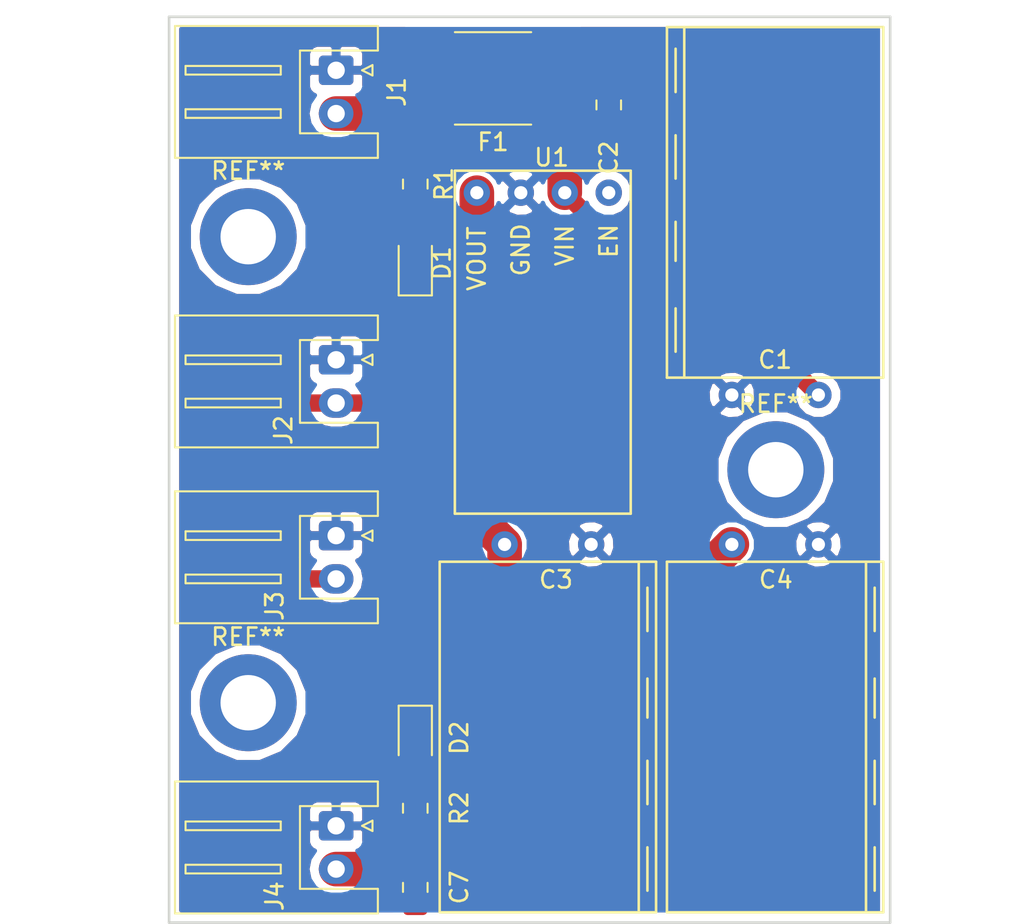
<source format=kicad_pcb>
(kicad_pcb (version 20171130) (host pcbnew 5.0.2+dfsg1-1)

  (general
    (thickness 1.6)
    (drawings 4)
    (tracks 40)
    (zones 0)
    (modules 18)
    (nets 7)
  )

  (page A4)
  (layers
    (0 F.Cu signal)
    (31 B.Cu signal)
    (32 B.Adhes user)
    (33 F.Adhes user)
    (34 B.Paste user)
    (35 F.Paste user)
    (36 B.SilkS user)
    (37 F.SilkS user)
    (38 B.Mask user)
    (39 F.Mask user)
    (40 Dwgs.User user)
    (41 Cmts.User user)
    (42 Eco1.User user)
    (43 Eco2.User user)
    (44 Edge.Cuts user)
    (45 Margin user)
    (46 B.CrtYd user)
    (47 F.CrtYd user)
    (48 B.Fab user)
    (49 F.Fab user)
  )

  (setup
    (last_trace_width 0.25)
    (trace_clearance 0.2)
    (zone_clearance 0.508)
    (zone_45_only no)
    (trace_min 0.2)
    (segment_width 0.2)
    (edge_width 0.15)
    (via_size 0.8)
    (via_drill 0.4)
    (via_min_size 0.4)
    (via_min_drill 0.3)
    (uvia_size 0.3)
    (uvia_drill 0.1)
    (uvias_allowed no)
    (uvia_min_size 0.2)
    (uvia_min_drill 0.1)
    (pcb_text_width 0.3)
    (pcb_text_size 1.5 1.5)
    (mod_edge_width 0.15)
    (mod_text_size 1 1)
    (mod_text_width 0.15)
    (pad_size 1.524 1.524)
    (pad_drill 0.762)
    (pad_to_mask_clearance 0.051)
    (solder_mask_min_width 0.25)
    (aux_axis_origin 0 0)
    (visible_elements FFFFFF7F)
    (pcbplotparams
      (layerselection 0x010fc_ffffffff)
      (usegerberextensions false)
      (usegerberattributes false)
      (usegerberadvancedattributes false)
      (creategerberjobfile false)
      (excludeedgelayer true)
      (linewidth 0.100000)
      (plotframeref false)
      (viasonmask false)
      (mode 1)
      (useauxorigin false)
      (hpglpennumber 1)
      (hpglpenspeed 20)
      (hpglpendiameter 15.000000)
      (psnegative false)
      (psa4output false)
      (plotreference true)
      (plotvalue true)
      (plotinvisibletext false)
      (padsonsilk false)
      (subtractmaskfromsilk false)
      (outputformat 1)
      (mirror false)
      (drillshape 1)
      (scaleselection 1)
      (outputdirectory ""))
  )

  (net 0 "")
  (net 1 GND)
  (net 2 12V)
  (net 3 VBATT)
  (net 4 "Net-(D1-Pad2)")
  (net 5 "Net-(D2-Pad2)")
  (net 6 "Net-(F1-Pad2)")

  (net_class Default "This is the default net class."
    (clearance 0.2)
    (trace_width 0.25)
    (via_dia 0.8)
    (via_drill 0.4)
    (uvia_dia 0.3)
    (uvia_drill 0.1)
    (add_net 12V)
    (add_net GND)
    (add_net "Net-(D1-Pad2)")
    (add_net "Net-(D2-Pad2)")
    (add_net "Net-(F1-Pad2)")
    (add_net VBATT)
  )

  (module Capacitor_SMD:C_0805_2012Metric_Pad1.15x1.40mm_HandSolder (layer F.Cu) (tedit 5B36C52B) (tstamp 62400875)
    (at 121.92 75.193 90)
    (descr "Capacitor SMD 0805 (2012 Metric), square (rectangular) end terminal, IPC_7351 nominal with elongated pad for handsoldering. (Body size source: https://docs.google.com/spreadsheets/d/1BsfQQcO9C6DZCsRaXUlFlo91Tg2WpOkGARC1WS5S8t0/edit?usp=sharing), generated with kicad-footprint-generator")
    (tags "capacitor handsolder")
    (path /623FAC22)
    (attr smd)
    (fp_text reference C2 (at -3.048 0 90) (layer F.SilkS)
      (effects (font (size 1 1) (thickness 0.15)))
    )
    (fp_text value 100n (at 0 1.65 90) (layer F.Fab)
      (effects (font (size 1 1) (thickness 0.15)))
    )
    (fp_line (start -1 0.6) (end -1 -0.6) (layer F.Fab) (width 0.1))
    (fp_line (start -1 -0.6) (end 1 -0.6) (layer F.Fab) (width 0.1))
    (fp_line (start 1 -0.6) (end 1 0.6) (layer F.Fab) (width 0.1))
    (fp_line (start 1 0.6) (end -1 0.6) (layer F.Fab) (width 0.1))
    (fp_line (start -0.261252 -0.71) (end 0.261252 -0.71) (layer F.SilkS) (width 0.12))
    (fp_line (start -0.261252 0.71) (end 0.261252 0.71) (layer F.SilkS) (width 0.12))
    (fp_line (start -1.85 0.95) (end -1.85 -0.95) (layer F.CrtYd) (width 0.05))
    (fp_line (start -1.85 -0.95) (end 1.85 -0.95) (layer F.CrtYd) (width 0.05))
    (fp_line (start 1.85 -0.95) (end 1.85 0.95) (layer F.CrtYd) (width 0.05))
    (fp_line (start 1.85 0.95) (end -1.85 0.95) (layer F.CrtYd) (width 0.05))
    (fp_text user %R (at 0 0 90) (layer F.Fab)
      (effects (font (size 0.5 0.5) (thickness 0.08)))
    )
    (pad 1 smd roundrect (at -1.025 0 90) (size 1.15 1.4) (layers F.Cu F.Paste F.Mask) (roundrect_rratio 0.217391)
      (net 2 12V))
    (pad 2 smd roundrect (at 1.025 0 90) (size 1.15 1.4) (layers F.Cu F.Paste F.Mask) (roundrect_rratio 0.217391)
      (net 1 GND))
    (model ${KISYS3DMOD}/Capacitor_SMD.3dshapes/C_0805_2012Metric.wrl
      (at (xyz 0 0 0))
      (scale (xyz 1 1 1))
      (rotate (xyz 0 0 0))
    )
  )

  (module LED_SMD:LED_0805_2012Metric_Pad1.15x1.40mm_HandSolder (layer F.Cu) (tedit 5B4B45C9) (tstamp 62400C82)
    (at 110.744 84.337 90)
    (descr "LED SMD 0805 (2012 Metric), square (rectangular) end terminal, IPC_7351 nominal, (Body size source: https://docs.google.com/spreadsheets/d/1BsfQQcO9C6DZCsRaXUlFlo91Tg2WpOkGARC1WS5S8t0/edit?usp=sharing), generated with kicad-footprint-generator")
    (tags "LED handsolder")
    (path /623FAB22)
    (attr smd)
    (fp_text reference D1 (at 0 1.524 90) (layer F.SilkS)
      (effects (font (size 1 1) (thickness 0.15)))
    )
    (fp_text value LED (at 0 1.65 90) (layer F.Fab)
      (effects (font (size 1 1) (thickness 0.15)))
    )
    (fp_line (start 1 -0.6) (end -0.7 -0.6) (layer F.Fab) (width 0.1))
    (fp_line (start -0.7 -0.6) (end -1 -0.3) (layer F.Fab) (width 0.1))
    (fp_line (start -1 -0.3) (end -1 0.6) (layer F.Fab) (width 0.1))
    (fp_line (start -1 0.6) (end 1 0.6) (layer F.Fab) (width 0.1))
    (fp_line (start 1 0.6) (end 1 -0.6) (layer F.Fab) (width 0.1))
    (fp_line (start 1 -0.96) (end -1.86 -0.96) (layer F.SilkS) (width 0.12))
    (fp_line (start -1.86 -0.96) (end -1.86 0.96) (layer F.SilkS) (width 0.12))
    (fp_line (start -1.86 0.96) (end 1 0.96) (layer F.SilkS) (width 0.12))
    (fp_line (start -1.85 0.95) (end -1.85 -0.95) (layer F.CrtYd) (width 0.05))
    (fp_line (start -1.85 -0.95) (end 1.85 -0.95) (layer F.CrtYd) (width 0.05))
    (fp_line (start 1.85 -0.95) (end 1.85 0.95) (layer F.CrtYd) (width 0.05))
    (fp_line (start 1.85 0.95) (end -1.85 0.95) (layer F.CrtYd) (width 0.05))
    (fp_text user %R (at 0 0 90) (layer F.Fab)
      (effects (font (size 0.5 0.5) (thickness 0.08)))
    )
    (pad 1 smd roundrect (at -1.025 0 90) (size 1.15 1.4) (layers F.Cu F.Paste F.Mask) (roundrect_rratio 0.217391)
      (net 1 GND))
    (pad 2 smd roundrect (at 1.025 0 90) (size 1.15 1.4) (layers F.Cu F.Paste F.Mask) (roundrect_rratio 0.217391)
      (net 4 "Net-(D1-Pad2)"))
    (model ${KISYS3DMOD}/LED_SMD.3dshapes/LED_0805_2012Metric.wrl
      (at (xyz 0 0 0))
      (scale (xyz 1 1 1))
      (rotate (xyz 0 0 0))
    )
  )

  (module LED_SMD:LED_0805_2012Metric_Pad1.15x1.40mm_HandSolder (layer F.Cu) (tedit 5B4B45C9) (tstamp 62400C95)
    (at 110.744 111.76 270)
    (descr "LED SMD 0805 (2012 Metric), square (rectangular) end terminal, IPC_7351 nominal, (Body size source: https://docs.google.com/spreadsheets/d/1BsfQQcO9C6DZCsRaXUlFlo91Tg2WpOkGARC1WS5S8t0/edit?usp=sharing), generated with kicad-footprint-generator")
    (tags "LED handsolder")
    (path /623FCC10)
    (attr smd)
    (fp_text reference D2 (at 0 -2.54 270) (layer F.SilkS)
      (effects (font (size 1 1) (thickness 0.15)))
    )
    (fp_text value LED (at 0 1.65 270) (layer F.Fab)
      (effects (font (size 1 1) (thickness 0.15)))
    )
    (fp_text user %R (at 0 0 270) (layer F.Fab)
      (effects (font (size 0.5 0.5) (thickness 0.08)))
    )
    (fp_line (start 1.85 0.95) (end -1.85 0.95) (layer F.CrtYd) (width 0.05))
    (fp_line (start 1.85 -0.95) (end 1.85 0.95) (layer F.CrtYd) (width 0.05))
    (fp_line (start -1.85 -0.95) (end 1.85 -0.95) (layer F.CrtYd) (width 0.05))
    (fp_line (start -1.85 0.95) (end -1.85 -0.95) (layer F.CrtYd) (width 0.05))
    (fp_line (start -1.86 0.96) (end 1 0.96) (layer F.SilkS) (width 0.12))
    (fp_line (start -1.86 -0.96) (end -1.86 0.96) (layer F.SilkS) (width 0.12))
    (fp_line (start 1 -0.96) (end -1.86 -0.96) (layer F.SilkS) (width 0.12))
    (fp_line (start 1 0.6) (end 1 -0.6) (layer F.Fab) (width 0.1))
    (fp_line (start -1 0.6) (end 1 0.6) (layer F.Fab) (width 0.1))
    (fp_line (start -1 -0.3) (end -1 0.6) (layer F.Fab) (width 0.1))
    (fp_line (start -0.7 -0.6) (end -1 -0.3) (layer F.Fab) (width 0.1))
    (fp_line (start 1 -0.6) (end -0.7 -0.6) (layer F.Fab) (width 0.1))
    (pad 2 smd roundrect (at 1.025 0 270) (size 1.15 1.4) (layers F.Cu F.Paste F.Mask) (roundrect_rratio 0.217391)
      (net 5 "Net-(D2-Pad2)"))
    (pad 1 smd roundrect (at -1.025 0 270) (size 1.15 1.4) (layers F.Cu F.Paste F.Mask) (roundrect_rratio 0.217391)
      (net 1 GND))
    (model ${KISYS3DMOD}/LED_SMD.3dshapes/LED_0805_2012Metric.wrl
      (at (xyz 0 0 0))
      (scale (xyz 1 1 1))
      (rotate (xyz 0 0 0))
    )
  )

  (module Fuse:Fuse_2920_7451Metric_Pad2.10x5.45mm_HandSolder (layer F.Cu) (tedit 5B341557) (tstamp 62400CB9)
    (at 115.235 73.66 180)
    (descr "Fuse SMD 2920 (7451 Metric), square (rectangular) end terminal, IPC_7351 nominal with elongated pad for handsoldering. (Body size from: http://www.megastar.com/products/fusetronic/polyswitch/PDF/smd2920.pdf), generated with kicad-footprint-generator")
    (tags "resistor handsolder")
    (path /623FA61A)
    (attr smd)
    (fp_text reference F1 (at 0 -3.68 180) (layer F.SilkS)
      (effects (font (size 1 1) (thickness 0.15)))
    )
    (fp_text value Fuse (at 0 3.68 180) (layer F.Fab)
      (effects (font (size 1 1) (thickness 0.15)))
    )
    (fp_line (start -3.6775 2.56) (end -3.6775 -2.56) (layer F.Fab) (width 0.1))
    (fp_line (start -3.6775 -2.56) (end 3.6775 -2.56) (layer F.Fab) (width 0.1))
    (fp_line (start 3.6775 -2.56) (end 3.6775 2.56) (layer F.Fab) (width 0.1))
    (fp_line (start 3.6775 2.56) (end -3.6775 2.56) (layer F.Fab) (width 0.1))
    (fp_line (start -2.203752 -2.67) (end 2.203752 -2.67) (layer F.SilkS) (width 0.12))
    (fp_line (start -2.203752 2.67) (end 2.203752 2.67) (layer F.SilkS) (width 0.12))
    (fp_line (start -4.78 2.98) (end -4.78 -2.98) (layer F.CrtYd) (width 0.05))
    (fp_line (start -4.78 -2.98) (end 4.78 -2.98) (layer F.CrtYd) (width 0.05))
    (fp_line (start 4.78 -2.98) (end 4.78 2.98) (layer F.CrtYd) (width 0.05))
    (fp_line (start 4.78 2.98) (end -4.78 2.98) (layer F.CrtYd) (width 0.05))
    (fp_text user %R (at 0 0 180) (layer F.Fab)
      (effects (font (size 1 1) (thickness 0.15)))
    )
    (pad 1 smd roundrect (at -3.475 0 180) (size 2.1 5.45) (layers F.Cu F.Paste F.Mask) (roundrect_rratio 0.119048)
      (net 2 12V))
    (pad 2 smd roundrect (at 3.475 0 180) (size 2.1 5.45) (layers F.Cu F.Paste F.Mask) (roundrect_rratio 0.119048)
      (net 6 "Net-(F1-Pad2)"))
    (model ${KISYS3DMOD}/Fuse.3dshapes/Fuse_2920_7451Metric.wrl
      (at (xyz 0 0 0))
      (scale (xyz 1 1 1))
      (rotate (xyz 0 0 0))
    )
  )

  (module Connector_JST:JST_XH_S02B-XH-A_1x02_P2.50mm_Horizontal (layer F.Cu) (tedit 5B775209) (tstamp 62400CE5)
    (at 106.172 73.192 270)
    (descr "JST XH series connector, S02B-XH-A (http://www.jst-mfg.com/product/pdf/eng/eXH.pdf), generated with kicad-footprint-generator")
    (tags "connector JST XH top entry")
    (path /623FA3E4)
    (fp_text reference J1 (at 1.25 -3.5 270) (layer F.SilkS)
      (effects (font (size 1 1) (thickness 0.15)))
    )
    (fp_text value PWR_IN (at 1.25 10.4 270) (layer F.Fab)
      (effects (font (size 1 1) (thickness 0.15)))
    )
    (fp_text user %R (at 1.25 3.45 270) (layer F.Fab)
      (effects (font (size 1 1) (thickness 0.15)))
    )
    (fp_line (start 0 1.2) (end 0.625 2.2) (layer F.Fab) (width 0.1))
    (fp_line (start -0.625 2.2) (end 0 1.2) (layer F.Fab) (width 0.1))
    (fp_line (start 0.3 -2.1) (end 0 -1.5) (layer F.SilkS) (width 0.12))
    (fp_line (start -0.3 -2.1) (end 0.3 -2.1) (layer F.SilkS) (width 0.12))
    (fp_line (start 0 -1.5) (end -0.3 -2.1) (layer F.SilkS) (width 0.12))
    (fp_line (start 2.75 3.2) (end 2.25 3.2) (layer F.SilkS) (width 0.12))
    (fp_line (start 2.75 8.7) (end 2.75 3.2) (layer F.SilkS) (width 0.12))
    (fp_line (start 2.25 8.7) (end 2.75 8.7) (layer F.SilkS) (width 0.12))
    (fp_line (start 2.25 3.2) (end 2.25 8.7) (layer F.SilkS) (width 0.12))
    (fp_line (start 0.25 3.2) (end -0.25 3.2) (layer F.SilkS) (width 0.12))
    (fp_line (start 0.25 8.7) (end 0.25 3.2) (layer F.SilkS) (width 0.12))
    (fp_line (start -0.25 8.7) (end 0.25 8.7) (layer F.SilkS) (width 0.12))
    (fp_line (start -0.25 3.2) (end -0.25 8.7) (layer F.SilkS) (width 0.12))
    (fp_line (start 3.75 2.2) (end 1.25 2.2) (layer F.Fab) (width 0.1))
    (fp_line (start 3.75 -2.3) (end 3.75 2.2) (layer F.Fab) (width 0.1))
    (fp_line (start 4.95 -2.3) (end 3.75 -2.3) (layer F.Fab) (width 0.1))
    (fp_line (start 4.95 9.2) (end 4.95 -2.3) (layer F.Fab) (width 0.1))
    (fp_line (start 1.25 9.2) (end 4.95 9.2) (layer F.Fab) (width 0.1))
    (fp_line (start -1.25 2.2) (end 1.25 2.2) (layer F.Fab) (width 0.1))
    (fp_line (start -1.25 -2.3) (end -1.25 2.2) (layer F.Fab) (width 0.1))
    (fp_line (start -2.45 -2.3) (end -1.25 -2.3) (layer F.Fab) (width 0.1))
    (fp_line (start -2.45 9.2) (end -2.45 -2.3) (layer F.Fab) (width 0.1))
    (fp_line (start 1.25 9.2) (end -2.45 9.2) (layer F.Fab) (width 0.1))
    (fp_line (start 3.64 2.09) (end 1.25 2.09) (layer F.SilkS) (width 0.12))
    (fp_line (start 3.64 -2.41) (end 3.64 2.09) (layer F.SilkS) (width 0.12))
    (fp_line (start 5.06 -2.41) (end 3.64 -2.41) (layer F.SilkS) (width 0.12))
    (fp_line (start 5.06 9.31) (end 5.06 -2.41) (layer F.SilkS) (width 0.12))
    (fp_line (start 1.25 9.31) (end 5.06 9.31) (layer F.SilkS) (width 0.12))
    (fp_line (start -1.14 2.09) (end 1.25 2.09) (layer F.SilkS) (width 0.12))
    (fp_line (start -1.14 -2.41) (end -1.14 2.09) (layer F.SilkS) (width 0.12))
    (fp_line (start -2.56 -2.41) (end -1.14 -2.41) (layer F.SilkS) (width 0.12))
    (fp_line (start -2.56 9.31) (end -2.56 -2.41) (layer F.SilkS) (width 0.12))
    (fp_line (start 1.25 9.31) (end -2.56 9.31) (layer F.SilkS) (width 0.12))
    (fp_line (start 5.45 -2.8) (end -2.95 -2.8) (layer F.CrtYd) (width 0.05))
    (fp_line (start 5.45 9.7) (end 5.45 -2.8) (layer F.CrtYd) (width 0.05))
    (fp_line (start -2.95 9.7) (end 5.45 9.7) (layer F.CrtYd) (width 0.05))
    (fp_line (start -2.95 -2.8) (end -2.95 9.7) (layer F.CrtYd) (width 0.05))
    (pad 2 thru_hole oval (at 2.5 0 270) (size 1.7 2) (drill 1) (layers *.Cu *.Mask)
      (net 6 "Net-(F1-Pad2)"))
    (pad 1 thru_hole roundrect (at 0 0 270) (size 1.7 2) (drill 1) (layers *.Cu *.Mask) (roundrect_rratio 0.147059)
      (net 1 GND))
    (model ${KISYS3DMOD}/Connector_JST.3dshapes/JST_XH_S02B-XH-A_1x02_P2.50mm_Horizontal.wrl
      (at (xyz 0 0 0))
      (scale (xyz 1 1 1))
      (rotate (xyz 0 0 0))
    )
  )

  (module Connector_JST:JST_XH_S02B-XH-A_1x02_P2.50mm_Horizontal (layer F.Cu) (tedit 5B775209) (tstamp 62400D11)
    (at 106.172 89.916 270)
    (descr "JST XH series connector, S02B-XH-A (http://www.jst-mfg.com/product/pdf/eng/eXH.pdf), generated with kicad-footprint-generator")
    (tags "connector JST XH top entry")
    (path /623FA4A6)
    (fp_text reference J2 (at 4.064 3.048 270) (layer F.SilkS)
      (effects (font (size 1 1) (thickness 0.15)))
    )
    (fp_text value FAN1 (at 1.25 10.4 270) (layer F.Fab)
      (effects (font (size 1 1) (thickness 0.15)))
    )
    (fp_line (start -2.95 -2.8) (end -2.95 9.7) (layer F.CrtYd) (width 0.05))
    (fp_line (start -2.95 9.7) (end 5.45 9.7) (layer F.CrtYd) (width 0.05))
    (fp_line (start 5.45 9.7) (end 5.45 -2.8) (layer F.CrtYd) (width 0.05))
    (fp_line (start 5.45 -2.8) (end -2.95 -2.8) (layer F.CrtYd) (width 0.05))
    (fp_line (start 1.25 9.31) (end -2.56 9.31) (layer F.SilkS) (width 0.12))
    (fp_line (start -2.56 9.31) (end -2.56 -2.41) (layer F.SilkS) (width 0.12))
    (fp_line (start -2.56 -2.41) (end -1.14 -2.41) (layer F.SilkS) (width 0.12))
    (fp_line (start -1.14 -2.41) (end -1.14 2.09) (layer F.SilkS) (width 0.12))
    (fp_line (start -1.14 2.09) (end 1.25 2.09) (layer F.SilkS) (width 0.12))
    (fp_line (start 1.25 9.31) (end 5.06 9.31) (layer F.SilkS) (width 0.12))
    (fp_line (start 5.06 9.31) (end 5.06 -2.41) (layer F.SilkS) (width 0.12))
    (fp_line (start 5.06 -2.41) (end 3.64 -2.41) (layer F.SilkS) (width 0.12))
    (fp_line (start 3.64 -2.41) (end 3.64 2.09) (layer F.SilkS) (width 0.12))
    (fp_line (start 3.64 2.09) (end 1.25 2.09) (layer F.SilkS) (width 0.12))
    (fp_line (start 1.25 9.2) (end -2.45 9.2) (layer F.Fab) (width 0.1))
    (fp_line (start -2.45 9.2) (end -2.45 -2.3) (layer F.Fab) (width 0.1))
    (fp_line (start -2.45 -2.3) (end -1.25 -2.3) (layer F.Fab) (width 0.1))
    (fp_line (start -1.25 -2.3) (end -1.25 2.2) (layer F.Fab) (width 0.1))
    (fp_line (start -1.25 2.2) (end 1.25 2.2) (layer F.Fab) (width 0.1))
    (fp_line (start 1.25 9.2) (end 4.95 9.2) (layer F.Fab) (width 0.1))
    (fp_line (start 4.95 9.2) (end 4.95 -2.3) (layer F.Fab) (width 0.1))
    (fp_line (start 4.95 -2.3) (end 3.75 -2.3) (layer F.Fab) (width 0.1))
    (fp_line (start 3.75 -2.3) (end 3.75 2.2) (layer F.Fab) (width 0.1))
    (fp_line (start 3.75 2.2) (end 1.25 2.2) (layer F.Fab) (width 0.1))
    (fp_line (start -0.25 3.2) (end -0.25 8.7) (layer F.SilkS) (width 0.12))
    (fp_line (start -0.25 8.7) (end 0.25 8.7) (layer F.SilkS) (width 0.12))
    (fp_line (start 0.25 8.7) (end 0.25 3.2) (layer F.SilkS) (width 0.12))
    (fp_line (start 0.25 3.2) (end -0.25 3.2) (layer F.SilkS) (width 0.12))
    (fp_line (start 2.25 3.2) (end 2.25 8.7) (layer F.SilkS) (width 0.12))
    (fp_line (start 2.25 8.7) (end 2.75 8.7) (layer F.SilkS) (width 0.12))
    (fp_line (start 2.75 8.7) (end 2.75 3.2) (layer F.SilkS) (width 0.12))
    (fp_line (start 2.75 3.2) (end 2.25 3.2) (layer F.SilkS) (width 0.12))
    (fp_line (start 0 -1.5) (end -0.3 -2.1) (layer F.SilkS) (width 0.12))
    (fp_line (start -0.3 -2.1) (end 0.3 -2.1) (layer F.SilkS) (width 0.12))
    (fp_line (start 0.3 -2.1) (end 0 -1.5) (layer F.SilkS) (width 0.12))
    (fp_line (start -0.625 2.2) (end 0 1.2) (layer F.Fab) (width 0.1))
    (fp_line (start 0 1.2) (end 0.625 2.2) (layer F.Fab) (width 0.1))
    (fp_text user %R (at 1.25 3.45 270) (layer F.Fab)
      (effects (font (size 1 1) (thickness 0.15)))
    )
    (pad 1 thru_hole roundrect (at 0 0 270) (size 1.7 2) (drill 1) (layers *.Cu *.Mask) (roundrect_rratio 0.147059)
      (net 1 GND))
    (pad 2 thru_hole oval (at 2.5 0 270) (size 1.7 2) (drill 1) (layers *.Cu *.Mask)
      (net 2 12V))
    (model ${KISYS3DMOD}/Connector_JST.3dshapes/JST_XH_S02B-XH-A_1x02_P2.50mm_Horizontal.wrl
      (at (xyz 0 0 0))
      (scale (xyz 1 1 1))
      (rotate (xyz 0 0 0))
    )
  )

  (module Connector_JST:JST_XH_S02B-XH-A_1x02_P2.50mm_Horizontal (layer F.Cu) (tedit 5B775209) (tstamp 62400D3D)
    (at 106.172 100.076 270)
    (descr "JST XH series connector, S02B-XH-A (http://www.jst-mfg.com/product/pdf/eng/eXH.pdf), generated with kicad-footprint-generator")
    (tags "connector JST XH top entry")
    (path /623FA4E0)
    (fp_text reference J3 (at 4.064 3.556 270) (layer F.SilkS)
      (effects (font (size 1 1) (thickness 0.15)))
    )
    (fp_text value FAN2 (at 1.25 10.4 270) (layer F.Fab)
      (effects (font (size 1 1) (thickness 0.15)))
    )
    (fp_text user %R (at 1.25 3.45 270) (layer F.Fab)
      (effects (font (size 1 1) (thickness 0.15)))
    )
    (fp_line (start 0 1.2) (end 0.625 2.2) (layer F.Fab) (width 0.1))
    (fp_line (start -0.625 2.2) (end 0 1.2) (layer F.Fab) (width 0.1))
    (fp_line (start 0.3 -2.1) (end 0 -1.5) (layer F.SilkS) (width 0.12))
    (fp_line (start -0.3 -2.1) (end 0.3 -2.1) (layer F.SilkS) (width 0.12))
    (fp_line (start 0 -1.5) (end -0.3 -2.1) (layer F.SilkS) (width 0.12))
    (fp_line (start 2.75 3.2) (end 2.25 3.2) (layer F.SilkS) (width 0.12))
    (fp_line (start 2.75 8.7) (end 2.75 3.2) (layer F.SilkS) (width 0.12))
    (fp_line (start 2.25 8.7) (end 2.75 8.7) (layer F.SilkS) (width 0.12))
    (fp_line (start 2.25 3.2) (end 2.25 8.7) (layer F.SilkS) (width 0.12))
    (fp_line (start 0.25 3.2) (end -0.25 3.2) (layer F.SilkS) (width 0.12))
    (fp_line (start 0.25 8.7) (end 0.25 3.2) (layer F.SilkS) (width 0.12))
    (fp_line (start -0.25 8.7) (end 0.25 8.7) (layer F.SilkS) (width 0.12))
    (fp_line (start -0.25 3.2) (end -0.25 8.7) (layer F.SilkS) (width 0.12))
    (fp_line (start 3.75 2.2) (end 1.25 2.2) (layer F.Fab) (width 0.1))
    (fp_line (start 3.75 -2.3) (end 3.75 2.2) (layer F.Fab) (width 0.1))
    (fp_line (start 4.95 -2.3) (end 3.75 -2.3) (layer F.Fab) (width 0.1))
    (fp_line (start 4.95 9.2) (end 4.95 -2.3) (layer F.Fab) (width 0.1))
    (fp_line (start 1.25 9.2) (end 4.95 9.2) (layer F.Fab) (width 0.1))
    (fp_line (start -1.25 2.2) (end 1.25 2.2) (layer F.Fab) (width 0.1))
    (fp_line (start -1.25 -2.3) (end -1.25 2.2) (layer F.Fab) (width 0.1))
    (fp_line (start -2.45 -2.3) (end -1.25 -2.3) (layer F.Fab) (width 0.1))
    (fp_line (start -2.45 9.2) (end -2.45 -2.3) (layer F.Fab) (width 0.1))
    (fp_line (start 1.25 9.2) (end -2.45 9.2) (layer F.Fab) (width 0.1))
    (fp_line (start 3.64 2.09) (end 1.25 2.09) (layer F.SilkS) (width 0.12))
    (fp_line (start 3.64 -2.41) (end 3.64 2.09) (layer F.SilkS) (width 0.12))
    (fp_line (start 5.06 -2.41) (end 3.64 -2.41) (layer F.SilkS) (width 0.12))
    (fp_line (start 5.06 9.31) (end 5.06 -2.41) (layer F.SilkS) (width 0.12))
    (fp_line (start 1.25 9.31) (end 5.06 9.31) (layer F.SilkS) (width 0.12))
    (fp_line (start -1.14 2.09) (end 1.25 2.09) (layer F.SilkS) (width 0.12))
    (fp_line (start -1.14 -2.41) (end -1.14 2.09) (layer F.SilkS) (width 0.12))
    (fp_line (start -2.56 -2.41) (end -1.14 -2.41) (layer F.SilkS) (width 0.12))
    (fp_line (start -2.56 9.31) (end -2.56 -2.41) (layer F.SilkS) (width 0.12))
    (fp_line (start 1.25 9.31) (end -2.56 9.31) (layer F.SilkS) (width 0.12))
    (fp_line (start 5.45 -2.8) (end -2.95 -2.8) (layer F.CrtYd) (width 0.05))
    (fp_line (start 5.45 9.7) (end 5.45 -2.8) (layer F.CrtYd) (width 0.05))
    (fp_line (start -2.95 9.7) (end 5.45 9.7) (layer F.CrtYd) (width 0.05))
    (fp_line (start -2.95 -2.8) (end -2.95 9.7) (layer F.CrtYd) (width 0.05))
    (pad 2 thru_hole oval (at 2.5 0 270) (size 1.7 2) (drill 1) (layers *.Cu *.Mask)
      (net 2 12V))
    (pad 1 thru_hole roundrect (at 0 0 270) (size 1.7 2) (drill 1) (layers *.Cu *.Mask) (roundrect_rratio 0.147059)
      (net 1 GND))
    (model ${KISYS3DMOD}/Connector_JST.3dshapes/JST_XH_S02B-XH-A_1x02_P2.50mm_Horizontal.wrl
      (at (xyz 0 0 0))
      (scale (xyz 1 1 1))
      (rotate (xyz 0 0 0))
    )
  )

  (module Connector_JST:JST_XH_S02B-XH-A_1x02_P2.50mm_Horizontal (layer F.Cu) (tedit 5B775209) (tstamp 62400D69)
    (at 106.172 116.84 270)
    (descr "JST XH series connector, S02B-XH-A (http://www.jst-mfg.com/product/pdf/eng/eXH.pdf), generated with kicad-footprint-generator")
    (tags "connector JST XH top entry")
    (path /623FBB90)
    (fp_text reference J4 (at 4.064 3.556 270) (layer F.SilkS)
      (effects (font (size 1 1) (thickness 0.15)))
    )
    (fp_text value BATT (at 1.25 10.4 270) (layer F.Fab)
      (effects (font (size 1 1) (thickness 0.15)))
    )
    (fp_line (start -2.95 -2.8) (end -2.95 9.7) (layer F.CrtYd) (width 0.05))
    (fp_line (start -2.95 9.7) (end 5.45 9.7) (layer F.CrtYd) (width 0.05))
    (fp_line (start 5.45 9.7) (end 5.45 -2.8) (layer F.CrtYd) (width 0.05))
    (fp_line (start 5.45 -2.8) (end -2.95 -2.8) (layer F.CrtYd) (width 0.05))
    (fp_line (start 1.25 9.31) (end -2.56 9.31) (layer F.SilkS) (width 0.12))
    (fp_line (start -2.56 9.31) (end -2.56 -2.41) (layer F.SilkS) (width 0.12))
    (fp_line (start -2.56 -2.41) (end -1.14 -2.41) (layer F.SilkS) (width 0.12))
    (fp_line (start -1.14 -2.41) (end -1.14 2.09) (layer F.SilkS) (width 0.12))
    (fp_line (start -1.14 2.09) (end 1.25 2.09) (layer F.SilkS) (width 0.12))
    (fp_line (start 1.25 9.31) (end 5.06 9.31) (layer F.SilkS) (width 0.12))
    (fp_line (start 5.06 9.31) (end 5.06 -2.41) (layer F.SilkS) (width 0.12))
    (fp_line (start 5.06 -2.41) (end 3.64 -2.41) (layer F.SilkS) (width 0.12))
    (fp_line (start 3.64 -2.41) (end 3.64 2.09) (layer F.SilkS) (width 0.12))
    (fp_line (start 3.64 2.09) (end 1.25 2.09) (layer F.SilkS) (width 0.12))
    (fp_line (start 1.25 9.2) (end -2.45 9.2) (layer F.Fab) (width 0.1))
    (fp_line (start -2.45 9.2) (end -2.45 -2.3) (layer F.Fab) (width 0.1))
    (fp_line (start -2.45 -2.3) (end -1.25 -2.3) (layer F.Fab) (width 0.1))
    (fp_line (start -1.25 -2.3) (end -1.25 2.2) (layer F.Fab) (width 0.1))
    (fp_line (start -1.25 2.2) (end 1.25 2.2) (layer F.Fab) (width 0.1))
    (fp_line (start 1.25 9.2) (end 4.95 9.2) (layer F.Fab) (width 0.1))
    (fp_line (start 4.95 9.2) (end 4.95 -2.3) (layer F.Fab) (width 0.1))
    (fp_line (start 4.95 -2.3) (end 3.75 -2.3) (layer F.Fab) (width 0.1))
    (fp_line (start 3.75 -2.3) (end 3.75 2.2) (layer F.Fab) (width 0.1))
    (fp_line (start 3.75 2.2) (end 1.25 2.2) (layer F.Fab) (width 0.1))
    (fp_line (start -0.25 3.2) (end -0.25 8.7) (layer F.SilkS) (width 0.12))
    (fp_line (start -0.25 8.7) (end 0.25 8.7) (layer F.SilkS) (width 0.12))
    (fp_line (start 0.25 8.7) (end 0.25 3.2) (layer F.SilkS) (width 0.12))
    (fp_line (start 0.25 3.2) (end -0.25 3.2) (layer F.SilkS) (width 0.12))
    (fp_line (start 2.25 3.2) (end 2.25 8.7) (layer F.SilkS) (width 0.12))
    (fp_line (start 2.25 8.7) (end 2.75 8.7) (layer F.SilkS) (width 0.12))
    (fp_line (start 2.75 8.7) (end 2.75 3.2) (layer F.SilkS) (width 0.12))
    (fp_line (start 2.75 3.2) (end 2.25 3.2) (layer F.SilkS) (width 0.12))
    (fp_line (start 0 -1.5) (end -0.3 -2.1) (layer F.SilkS) (width 0.12))
    (fp_line (start -0.3 -2.1) (end 0.3 -2.1) (layer F.SilkS) (width 0.12))
    (fp_line (start 0.3 -2.1) (end 0 -1.5) (layer F.SilkS) (width 0.12))
    (fp_line (start -0.625 2.2) (end 0 1.2) (layer F.Fab) (width 0.1))
    (fp_line (start 0 1.2) (end 0.625 2.2) (layer F.Fab) (width 0.1))
    (fp_text user %R (at 1.25 3.45 270) (layer F.Fab)
      (effects (font (size 1 1) (thickness 0.15)))
    )
    (pad 1 thru_hole roundrect (at 0 0 270) (size 1.7 2) (drill 1) (layers *.Cu *.Mask) (roundrect_rratio 0.147059)
      (net 1 GND))
    (pad 2 thru_hole oval (at 2.5 0 270) (size 1.7 2) (drill 1) (layers *.Cu *.Mask)
      (net 3 VBATT))
    (model ${KISYS3DMOD}/Connector_JST.3dshapes/JST_XH_S02B-XH-A_1x02_P2.50mm_Horizontal.wrl
      (at (xyz 0 0 0))
      (scale (xyz 1 1 1))
      (rotate (xyz 0 0 0))
    )
  )

  (module Resistor_SMD:R_0805_2012Metric_Pad1.15x1.40mm_HandSolder (layer F.Cu) (tedit 5B36C52B) (tstamp 62400D7A)
    (at 110.744 79.765 270)
    (descr "Resistor SMD 0805 (2012 Metric), square (rectangular) end terminal, IPC_7351 nominal with elongated pad for handsoldering. (Body size source: https://docs.google.com/spreadsheets/d/1BsfQQcO9C6DZCsRaXUlFlo91Tg2WpOkGARC1WS5S8t0/edit?usp=sharing), generated with kicad-footprint-generator")
    (tags "resistor handsolder")
    (path /623FA9EC)
    (attr smd)
    (fp_text reference R1 (at 0 -1.65 270) (layer F.SilkS)
      (effects (font (size 1 1) (thickness 0.15)))
    )
    (fp_text value 4k7 (at 0 1.65 270) (layer F.Fab)
      (effects (font (size 1 1) (thickness 0.15)))
    )
    (fp_line (start -1 0.6) (end -1 -0.6) (layer F.Fab) (width 0.1))
    (fp_line (start -1 -0.6) (end 1 -0.6) (layer F.Fab) (width 0.1))
    (fp_line (start 1 -0.6) (end 1 0.6) (layer F.Fab) (width 0.1))
    (fp_line (start 1 0.6) (end -1 0.6) (layer F.Fab) (width 0.1))
    (fp_line (start -0.261252 -0.71) (end 0.261252 -0.71) (layer F.SilkS) (width 0.12))
    (fp_line (start -0.261252 0.71) (end 0.261252 0.71) (layer F.SilkS) (width 0.12))
    (fp_line (start -1.85 0.95) (end -1.85 -0.95) (layer F.CrtYd) (width 0.05))
    (fp_line (start -1.85 -0.95) (end 1.85 -0.95) (layer F.CrtYd) (width 0.05))
    (fp_line (start 1.85 -0.95) (end 1.85 0.95) (layer F.CrtYd) (width 0.05))
    (fp_line (start 1.85 0.95) (end -1.85 0.95) (layer F.CrtYd) (width 0.05))
    (fp_text user %R (at 0 0 270) (layer F.Fab)
      (effects (font (size 0.5 0.5) (thickness 0.08)))
    )
    (pad 1 smd roundrect (at -1.025 0 270) (size 1.15 1.4) (layers F.Cu F.Paste F.Mask) (roundrect_rratio 0.217391)
      (net 2 12V))
    (pad 2 smd roundrect (at 1.025 0 270) (size 1.15 1.4) (layers F.Cu F.Paste F.Mask) (roundrect_rratio 0.217391)
      (net 4 "Net-(D1-Pad2)"))
    (model ${KISYS3DMOD}/Resistor_SMD.3dshapes/R_0805_2012Metric.wrl
      (at (xyz 0 0 0))
      (scale (xyz 1 1 1))
      (rotate (xyz 0 0 0))
    )
  )

  (module Resistor_SMD:R_0805_2012Metric_Pad1.15x1.40mm_HandSolder (layer F.Cu) (tedit 5B36C52B) (tstamp 62400D8B)
    (at 110.744 115.824 270)
    (descr "Resistor SMD 0805 (2012 Metric), square (rectangular) end terminal, IPC_7351 nominal with elongated pad for handsoldering. (Body size source: https://docs.google.com/spreadsheets/d/1BsfQQcO9C6DZCsRaXUlFlo91Tg2WpOkGARC1WS5S8t0/edit?usp=sharing), generated with kicad-footprint-generator")
    (tags "resistor handsolder")
    (path /623FCB68)
    (attr smd)
    (fp_text reference R2 (at 0 -2.54 270) (layer F.SilkS)
      (effects (font (size 1 1) (thickness 0.15)))
    )
    (fp_text value 2k2 (at 0 1.65 270) (layer F.Fab)
      (effects (font (size 1 1) (thickness 0.15)))
    )
    (fp_text user %R (at 0 0 270) (layer F.Fab)
      (effects (font (size 0.5 0.5) (thickness 0.08)))
    )
    (fp_line (start 1.85 0.95) (end -1.85 0.95) (layer F.CrtYd) (width 0.05))
    (fp_line (start 1.85 -0.95) (end 1.85 0.95) (layer F.CrtYd) (width 0.05))
    (fp_line (start -1.85 -0.95) (end 1.85 -0.95) (layer F.CrtYd) (width 0.05))
    (fp_line (start -1.85 0.95) (end -1.85 -0.95) (layer F.CrtYd) (width 0.05))
    (fp_line (start -0.261252 0.71) (end 0.261252 0.71) (layer F.SilkS) (width 0.12))
    (fp_line (start -0.261252 -0.71) (end 0.261252 -0.71) (layer F.SilkS) (width 0.12))
    (fp_line (start 1 0.6) (end -1 0.6) (layer F.Fab) (width 0.1))
    (fp_line (start 1 -0.6) (end 1 0.6) (layer F.Fab) (width 0.1))
    (fp_line (start -1 -0.6) (end 1 -0.6) (layer F.Fab) (width 0.1))
    (fp_line (start -1 0.6) (end -1 -0.6) (layer F.Fab) (width 0.1))
    (pad 2 smd roundrect (at 1.025 0 270) (size 1.15 1.4) (layers F.Cu F.Paste F.Mask) (roundrect_rratio 0.217391)
      (net 3 VBATT))
    (pad 1 smd roundrect (at -1.025 0 270) (size 1.15 1.4) (layers F.Cu F.Paste F.Mask) (roundrect_rratio 0.217391)
      (net 5 "Net-(D2-Pad2)"))
    (model ${KISYS3DMOD}/Resistor_SMD.3dshapes/R_0805_2012Metric.wrl
      (at (xyz 0 0 0))
      (scale (xyz 1 1 1))
      (rotate (xyz 0 0 0))
    )
  )

  (module custom-footprints:Buck-converter-3A (layer F.Cu) (tedit 6236C78E) (tstamp 62400DAC)
    (at 119.38 80.264 180)
    (path /623FA2C2)
    (fp_text reference U1 (at 0.762 2.032 180) (layer F.SilkS)
      (effects (font (size 1 1) (thickness 0.15)))
    )
    (fp_text value buck-converter-3A (at 1.016 -10.668 270) (layer F.Fab)
      (effects (font (size 1 1) (thickness 0.15)))
    )
    (fp_text user VOUT (at 5.08 -3.81 270) (layer F.SilkS)
      (effects (font (size 1 1) (thickness 0.15)))
    )
    (fp_text user GND (at 2.54 -3.302 270) (layer F.SilkS)
      (effects (font (size 1 1) (thickness 0.15)))
    )
    (fp_text user VIN (at 0 -3.048 90) (layer F.SilkS)
      (effects (font (size 1 1) (thickness 0.15)))
    )
    (fp_text user EN (at -2.54 -2.794 270) (layer F.SilkS)
      (effects (font (size 1 1) (thickness 0.15)))
    )
    (fp_line (start -3.81 -18.542) (end 6.35 -18.542) (layer F.SilkS) (width 0.15))
    (fp_line (start -3.81 1.27) (end -3.81 -18.542) (layer F.SilkS) (width 0.15))
    (fp_line (start 6.35 1.27) (end 6.35 -18.542) (layer F.SilkS) (width 0.15))
    (fp_line (start -3.81 1.27) (end 6.35 1.27) (layer F.SilkS) (width 0.15))
    (pad 4 thru_hole circle (at 5.08 0 180) (size 1.524 1.524) (drill 0.762) (layers *.Cu *.Mask)
      (net 3 VBATT))
    (pad 3 thru_hole circle (at 2.54 0 180) (size 1.524 1.524) (drill 0.762) (layers *.Cu *.Mask)
      (net 1 GND))
    (pad 2 thru_hole circle (at 0 0 180) (size 1.524 1.524) (drill 0.762) (layers *.Cu *.Mask)
      (net 2 12V))
    (pad 1 thru_hole circle (at -2.54 0 180) (size 1.524 1.524) (drill 0.762) (layers *.Cu *.Mask))
  )

  (module custom-footprints:capacitor-12p5-20mm (layer F.Cu) (tedit 623F1771) (tstamp 6242D645)
    (at 131.532 91.948)
    (path /623FA91F)
    (fp_text reference C1 (at 0 -2.032) (layer F.SilkS)
      (effects (font (size 1 1) (thickness 0.15)))
    )
    (fp_text value 1000u (at 0 -0.5) (layer F.Fab)
      (effects (font (size 1 1) (thickness 0.15)))
    )
    (fp_line (start -5.25 -21.25) (end -5.25 -1) (layer F.SilkS) (width 0.15))
    (fp_line (start -5.75 -5) (end -5.75 -2.5) (layer F.SilkS) (width 0.15))
    (fp_line (start -5.75 -10) (end -5.75 -7.75) (layer F.SilkS) (width 0.15))
    (fp_line (start -5.75 -15) (end -5.75 -12.5) (layer F.SilkS) (width 0.15))
    (fp_line (start -5.75 -20) (end -5.75 -17.5) (layer F.SilkS) (width 0.15))
    (fp_line (start -6.25 -21.25) (end 6.25 -21.25) (layer F.SilkS) (width 0.15))
    (fp_line (start 6.25 -1) (end 6.25 -21.25) (layer F.SilkS) (width 0.15))
    (fp_line (start -6.25 -1) (end -6.25 -21.25) (layer F.SilkS) (width 0.15))
    (fp_line (start -6.25 -1) (end 6.25 -1) (layer F.SilkS) (width 0.15))
    (pad 1 thru_hole circle (at 2.5 0) (size 1.524 1.524) (drill 0.762) (layers *.Cu *.Mask)
      (net 2 12V))
    (pad 2 thru_hole circle (at -2.5 0) (size 1.524 1.524) (drill 0.762) (layers *.Cu *.Mask)
      (net 1 GND))
  )

  (module custom-footprints:capacitor-12p5-20mm (layer F.Cu) (tedit 623F1771) (tstamp 6242D653)
    (at 118.404 100.584 180)
    (path /62403F4E)
    (fp_text reference C3 (at -0.468 -2.032 180) (layer F.SilkS)
      (effects (font (size 1 1) (thickness 0.15)))
    )
    (fp_text value 1000u (at 0 -0.5 180) (layer F.Fab)
      (effects (font (size 1 1) (thickness 0.15)))
    )
    (fp_line (start -5.25 -21.25) (end -5.25 -1) (layer F.SilkS) (width 0.15))
    (fp_line (start -5.75 -5) (end -5.75 -2.5) (layer F.SilkS) (width 0.15))
    (fp_line (start -5.75 -10) (end -5.75 -7.75) (layer F.SilkS) (width 0.15))
    (fp_line (start -5.75 -15) (end -5.75 -12.5) (layer F.SilkS) (width 0.15))
    (fp_line (start -5.75 -20) (end -5.75 -17.5) (layer F.SilkS) (width 0.15))
    (fp_line (start -6.25 -21.25) (end 6.25 -21.25) (layer F.SilkS) (width 0.15))
    (fp_line (start 6.25 -1) (end 6.25 -21.25) (layer F.SilkS) (width 0.15))
    (fp_line (start -6.25 -1) (end -6.25 -21.25) (layer F.SilkS) (width 0.15))
    (fp_line (start -6.25 -1) (end 6.25 -1) (layer F.SilkS) (width 0.15))
    (pad 1 thru_hole circle (at 2.5 0 180) (size 1.524 1.524) (drill 0.762) (layers *.Cu *.Mask)
      (net 3 VBATT))
    (pad 2 thru_hole circle (at -2.5 0 180) (size 1.524 1.524) (drill 0.762) (layers *.Cu *.Mask)
      (net 1 GND))
  )

  (module custom-footprints:capacitor-12p5-20mm (layer F.Cu) (tedit 623F1771) (tstamp 6242D661)
    (at 131.532 100.584 180)
    (path /62403EC2)
    (fp_text reference C4 (at -0.04 -2.032 180) (layer F.SilkS)
      (effects (font (size 1 1) (thickness 0.15)))
    )
    (fp_text value 1000u (at 0 -0.5 180) (layer F.Fab)
      (effects (font (size 1 1) (thickness 0.15)))
    )
    (fp_line (start -6.25 -1) (end 6.25 -1) (layer F.SilkS) (width 0.15))
    (fp_line (start -6.25 -1) (end -6.25 -21.25) (layer F.SilkS) (width 0.15))
    (fp_line (start 6.25 -1) (end 6.25 -21.25) (layer F.SilkS) (width 0.15))
    (fp_line (start -6.25 -21.25) (end 6.25 -21.25) (layer F.SilkS) (width 0.15))
    (fp_line (start -5.75 -20) (end -5.75 -17.5) (layer F.SilkS) (width 0.15))
    (fp_line (start -5.75 -15) (end -5.75 -12.5) (layer F.SilkS) (width 0.15))
    (fp_line (start -5.75 -10) (end -5.75 -7.75) (layer F.SilkS) (width 0.15))
    (fp_line (start -5.75 -5) (end -5.75 -2.5) (layer F.SilkS) (width 0.15))
    (fp_line (start -5.25 -21.25) (end -5.25 -1) (layer F.SilkS) (width 0.15))
    (pad 2 thru_hole circle (at -2.5 0 180) (size 1.524 1.524) (drill 0.762) (layers *.Cu *.Mask)
      (net 1 GND))
    (pad 1 thru_hole circle (at 2.5 0 180) (size 1.524 1.524) (drill 0.762) (layers *.Cu *.Mask)
      (net 3 VBATT))
  )

  (module Capacitor_SMD:C_0805_2012Metric_Pad1.15x1.40mm_HandSolder (layer F.Cu) (tedit 5B36C52B) (tstamp 6242D69B)
    (at 110.744 120.396 270)
    (descr "Capacitor SMD 0805 (2012 Metric), square (rectangular) end terminal, IPC_7351 nominal with elongated pad for handsoldering. (Body size source: https://docs.google.com/spreadsheets/d/1BsfQQcO9C6DZCsRaXUlFlo91Tg2WpOkGARC1WS5S8t0/edit?usp=sharing), generated with kicad-footprint-generator")
    (tags "capacitor handsolder")
    (path /624165E6)
    (attr smd)
    (fp_text reference C7 (at 0 -2.54 270) (layer F.SilkS)
      (effects (font (size 1 1) (thickness 0.15)))
    )
    (fp_text value 100n (at 0 1.65 270) (layer F.Fab)
      (effects (font (size 1 1) (thickness 0.15)))
    )
    (fp_line (start -1 0.6) (end -1 -0.6) (layer F.Fab) (width 0.1))
    (fp_line (start -1 -0.6) (end 1 -0.6) (layer F.Fab) (width 0.1))
    (fp_line (start 1 -0.6) (end 1 0.6) (layer F.Fab) (width 0.1))
    (fp_line (start 1 0.6) (end -1 0.6) (layer F.Fab) (width 0.1))
    (fp_line (start -0.261252 -0.71) (end 0.261252 -0.71) (layer F.SilkS) (width 0.12))
    (fp_line (start -0.261252 0.71) (end 0.261252 0.71) (layer F.SilkS) (width 0.12))
    (fp_line (start -1.85 0.95) (end -1.85 -0.95) (layer F.CrtYd) (width 0.05))
    (fp_line (start -1.85 -0.95) (end 1.85 -0.95) (layer F.CrtYd) (width 0.05))
    (fp_line (start 1.85 -0.95) (end 1.85 0.95) (layer F.CrtYd) (width 0.05))
    (fp_line (start 1.85 0.95) (end -1.85 0.95) (layer F.CrtYd) (width 0.05))
    (fp_text user %R (at 0 0 270) (layer F.Fab)
      (effects (font (size 0.5 0.5) (thickness 0.08)))
    )
    (pad 1 smd roundrect (at -1.025 0 270) (size 1.15 1.4) (layers F.Cu F.Paste F.Mask) (roundrect_rratio 0.217391)
      (net 3 VBATT))
    (pad 2 smd roundrect (at 1.025 0 270) (size 1.15 1.4) (layers F.Cu F.Paste F.Mask) (roundrect_rratio 0.217391)
      (net 1 GND))
    (model ${KISYS3DMOD}/Capacitor_SMD.3dshapes/C_0805_2012Metric.wrl
      (at (xyz 0 0 0))
      (scale (xyz 1 1 1))
      (rotate (xyz 0 0 0))
    )
  )

  (module MountingHole:MountingHole_3.2mm_M3_DIN965_Pad (layer F.Cu) (tedit 56D1B4CB) (tstamp 6243B314)
    (at 101.092 82.804)
    (descr "Mounting Hole 3.2mm, M3, DIN965")
    (tags "mounting hole 3.2mm m3 din965")
    (attr virtual)
    (fp_text reference REF** (at 0 -3.8) (layer F.SilkS)
      (effects (font (size 1 1) (thickness 0.15)))
    )
    (fp_text value MountingHole_3.2mm_M3_DIN965_Pad (at 0 3.8) (layer F.Fab)
      (effects (font (size 1 1) (thickness 0.15)))
    )
    (fp_circle (center 0 0) (end 3.05 0) (layer F.CrtYd) (width 0.05))
    (fp_circle (center 0 0) (end 2.8 0) (layer Cmts.User) (width 0.15))
    (fp_text user %R (at 0.3 0) (layer F.Fab)
      (effects (font (size 1 1) (thickness 0.15)))
    )
    (pad 1 thru_hole circle (at 0 0) (size 5.6 5.6) (drill 3.2) (layers *.Cu *.Mask))
  )

  (module MountingHole:MountingHole_3.2mm_M3_DIN965_Pad (layer F.Cu) (tedit 56D1B4CB) (tstamp 6243B40F)
    (at 101.092 109.728)
    (descr "Mounting Hole 3.2mm, M3, DIN965")
    (tags "mounting hole 3.2mm m3 din965")
    (attr virtual)
    (fp_text reference REF** (at 0 -3.8) (layer F.SilkS)
      (effects (font (size 1 1) (thickness 0.15)))
    )
    (fp_text value MountingHole_3.2mm_M3_DIN965_Pad (at 0 3.8) (layer F.Fab)
      (effects (font (size 1 1) (thickness 0.15)))
    )
    (fp_circle (center 0 0) (end 3.05 0) (layer F.CrtYd) (width 0.05))
    (fp_circle (center 0 0) (end 2.8 0) (layer Cmts.User) (width 0.15))
    (fp_text user %R (at 0.3 0) (layer F.Fab)
      (effects (font (size 1 1) (thickness 0.15)))
    )
    (pad 1 thru_hole circle (at 0 0) (size 5.6 5.6) (drill 3.2) (layers *.Cu *.Mask))
  )

  (module MountingHole:MountingHole_3.2mm_M3_DIN965_Pad (layer F.Cu) (tedit 56D1B4CB) (tstamp 6243B512)
    (at 131.572 96.266)
    (descr "Mounting Hole 3.2mm, M3, DIN965")
    (tags "mounting hole 3.2mm m3 din965")
    (attr virtual)
    (fp_text reference REF** (at 0 -3.8) (layer F.SilkS)
      (effects (font (size 1 1) (thickness 0.15)))
    )
    (fp_text value MountingHole_3.2mm_M3_DIN965_Pad (at 0 3.8) (layer F.Fab)
      (effects (font (size 1 1) (thickness 0.15)))
    )
    (fp_circle (center 0 0) (end 3.05 0) (layer F.CrtYd) (width 0.05))
    (fp_circle (center 0 0) (end 2.8 0) (layer Cmts.User) (width 0.15))
    (fp_text user %R (at 0.3 0) (layer F.Fab)
      (effects (font (size 1 1) (thickness 0.15)))
    )
    (pad 1 thru_hole circle (at 0 0) (size 5.6 5.6) (drill 3.2) (layers *.Cu *.Mask))
  )

  (gr_line (start 138.176 70.104) (end 138.176 122.428) (layer Edge.Cuts) (width 0.15))
  (gr_line (start 96.52 70.104) (end 138.176 70.104) (layer Edge.Cuts) (width 0.15))
  (gr_line (start 96.52 122.428) (end 138.176 122.428) (layer Edge.Cuts) (width 0.15))
  (gr_line (start 96.52 70.104) (end 96.52 122.428) (layer Edge.Cuts) (width 0.15))

  (segment (start 110.713 119.34) (end 110.744 119.371) (width 2) (layer F.Cu) (net 3) (status 30))
  (segment (start 106.172 119.34) (end 110.713 119.34) (width 2) (layer F.Cu) (net 3) (status 30))
  (segment (start 110.744 119.371) (end 110.744 116.849) (width 2) (layer F.Cu) (net 3) (status 30))
  (segment (start 115.904 101.66163) (end 115.904 100.584) (width 2) (layer F.Cu) (net 3) (status 20))
  (segment (start 111.544 116.849) (end 115.904 112.489) (width 2) (layer F.Cu) (net 3))
  (segment (start 110.744 116.849) (end 111.544 116.849) (width 2) (layer F.Cu) (net 3) (status 10))
  (segment (start 115.904 112.489) (end 115.904 105.156) (width 2) (layer F.Cu) (net 3))
  (segment (start 104.172 92.416) (end 103.124 93.464) (width 1) (layer F.Cu) (net 2))
  (segment (start 106.172 92.416) (end 104.172 92.416) (width 1) (layer F.Cu) (net 2) (status 10))
  (segment (start 104.172 102.576) (end 106.172 102.576) (width 1) (layer F.Cu) (net 2) (status 20))
  (segment (start 103.124 101.528) (end 104.172 102.576) (width 1) (layer F.Cu) (net 2))
  (segment (start 103.124 93.464) (end 103.124 101.528) (width 1) (layer F.Cu) (net 2))
  (segment (start 119.38 74.33) (end 118.71 73.66) (width 2) (layer F.Cu) (net 2))
  (segment (start 133.270001 91.186001) (end 134.032 91.948) (width 1) (layer F.Cu) (net 2))
  (segment (start 127.428 85.344) (end 133.270001 91.186001) (width 1) (layer F.Cu) (net 2))
  (segment (start 124.46 85.344) (end 127.428 85.344) (width 1) (layer F.Cu) (net 2))
  (segment (start 119.38 80.264) (end 124.46 85.344) (width 1) (layer F.Cu) (net 2))
  (segment (start 108.172 92.416) (end 108.712 91.876) (width 1) (layer F.Cu) (net 2))
  (segment (start 106.172 92.416) (end 108.172 92.416) (width 1) (layer F.Cu) (net 2))
  (segment (start 109.944 78.74) (end 110.744 78.74) (width 1) (layer F.Cu) (net 2))
  (segment (start 108.712 79.972) (end 109.944 78.74) (width 1) (layer F.Cu) (net 2))
  (segment (start 108.712 91.876) (end 108.712 79.972) (width 1) (layer F.Cu) (net 2))
  (segment (start 111.367372 78.116628) (end 119.264628 78.116628) (width 1) (layer F.Cu) (net 2))
  (segment (start 110.744 78.74) (end 111.367372 78.116628) (width 1) (layer F.Cu) (net 2))
  (segment (start 119.264628 78.116628) (end 119.38 78.232) (width 1) (layer F.Cu) (net 2))
  (segment (start 119.38 80.264) (end 119.38 78.232) (width 2) (layer F.Cu) (net 2))
  (segment (start 119.87 76.218) (end 119.38 76.708) (width 1) (layer F.Cu) (net 2))
  (segment (start 121.92 76.218) (end 119.87 76.218) (width 1) (layer F.Cu) (net 2))
  (segment (start 119.38 78.232) (end 119.38 76.708) (width 2) (layer F.Cu) (net 2))
  (segment (start 119.38 76.708) (end 119.38 74.33) (width 2) (layer F.Cu) (net 2))
  (segment (start 114.3 98.98) (end 115.904 100.584) (width 2) (layer F.Cu) (net 3))
  (segment (start 114.3 80.264) (end 114.3 98.98) (width 2) (layer F.Cu) (net 3))
  (segment (start 129.032 100.584) (end 125.73 103.886) (width 2) (layer F.Cu) (net 3))
  (segment (start 115.904 105.156) (end 115.904 103.886) (width 2) (layer F.Cu) (net 3))
  (segment (start 125.73 103.886) (end 115.904 103.886) (width 2) (layer F.Cu) (net 3))
  (segment (start 115.904 103.886) (end 115.904 101.66163) (width 2) (layer F.Cu) (net 3))
  (segment (start 110.744 80.79) (end 110.744 83.312) (width 0.25) (layer F.Cu) (net 4) (status 30))
  (segment (start 110.744 112.785) (end 110.744 114.799) (width 0.25) (layer F.Cu) (net 5) (status 30))
  (segment (start 109.728 75.692) (end 111.76 73.66) (width 2) (layer F.Cu) (net 6) (status 20))
  (segment (start 106.172 75.692) (end 109.728 75.692) (width 2) (layer F.Cu) (net 6) (status 10))

  (zone (net 1) (net_name GND) (layer F.Cu) (tstamp 6243AD16) (hatch edge 0.508)
    (connect_pads (clearance 0.508))
    (min_thickness 0.254)
    (fill yes (arc_segments 16) (thermal_gap 0.508) (thermal_bridge_width 0.508))
    (polygon
      (pts
        (xy 96.52 70.104) (xy 138.176 70.104) (xy 138.176 122.428) (xy 96.52 122.428)
      )
    )
    (filled_polygon
      (pts
        (xy 110.130874 70.841565) (xy 110.06256 71.185) (xy 110.06256 73.045201) (xy 109.050762 74.057) (xy 107.807 74.057)
        (xy 107.807 73.47775) (xy 107.64825 73.319) (xy 106.299 73.319) (xy 106.299 73.339) (xy 106.045 73.339)
        (xy 106.045 73.319) (xy 104.69575 73.319) (xy 104.537 73.47775) (xy 104.537 74.168309) (xy 104.633673 74.401698)
        (xy 104.812301 74.580327) (xy 104.918897 74.62448) (xy 104.631864 75.054055) (xy 104.504969 75.692) (xy 104.631864 76.329945)
        (xy 104.993231 76.870769) (xy 105.534055 77.232136) (xy 106.010969 77.327) (xy 109.56697 77.327) (xy 109.728 77.359031)
        (xy 109.88903 77.327) (xy 109.889031 77.327) (xy 110.365945 77.232136) (xy 110.732529 76.987193) (xy 110.96 77.03244)
        (xy 111.000138 77.03244) (xy 110.980788 77.036289) (xy 110.924517 77.047482) (xy 110.549083 77.298339) (xy 110.485759 77.39311)
        (xy 110.361309 77.51756) (xy 110.293999 77.51756) (xy 109.955094 77.584972) (xy 109.943999 77.582765) (xy 109.501145 77.670854)
        (xy 109.125711 77.921711) (xy 109.062389 78.016479) (xy 107.98848 79.090389) (xy 107.893712 79.153711) (xy 107.740912 79.382392)
        (xy 107.642854 79.529146) (xy 107.554765 79.972) (xy 107.577001 80.083788) (xy 107.577 88.572975) (xy 107.531699 88.527673)
        (xy 107.29831 88.431) (xy 106.45775 88.431) (xy 106.299 88.58975) (xy 106.299 89.789) (xy 106.319 89.789)
        (xy 106.319 90.043) (xy 106.299 90.043) (xy 106.299 90.063) (xy 106.045 90.063) (xy 106.045 90.043)
        (xy 104.69575 90.043) (xy 104.537 90.20175) (xy 104.537 90.892309) (xy 104.633673 91.125698) (xy 104.788974 91.281)
        (xy 104.283783 91.281) (xy 104.172 91.258765) (xy 103.73658 91.345375) (xy 103.729145 91.346854) (xy 103.353711 91.597711)
        (xy 103.290389 91.692479) (xy 102.400481 92.582387) (xy 102.305711 92.645711) (xy 102.072045 92.995418) (xy 102.054854 93.021146)
        (xy 101.966765 93.464) (xy 101.989 93.575783) (xy 101.989001 101.416212) (xy 101.966765 101.528) (xy 102.054854 101.970854)
        (xy 102.069748 101.993144) (xy 102.305712 102.346289) (xy 102.400479 102.409611) (xy 103.290389 103.299521) (xy 103.353711 103.394289)
        (xy 103.729145 103.645146) (xy 104.172 103.733235) (xy 104.283783 103.711) (xy 105.047719 103.711) (xy 105.442582 103.974839)
        (xy 105.875744 104.061) (xy 106.468256 104.061) (xy 106.901418 103.974839) (xy 107.392625 103.646625) (xy 107.720839 103.155418)
        (xy 107.836092 102.576) (xy 107.720839 101.996582) (xy 107.401291 101.518344) (xy 107.531699 101.464327) (xy 107.710327 101.285698)
        (xy 107.807 101.052309) (xy 107.807 100.36175) (xy 107.64825 100.203) (xy 106.299 100.203) (xy 106.299 100.223)
        (xy 106.045 100.223) (xy 106.045 100.203) (xy 104.69575 100.203) (xy 104.537 100.36175) (xy 104.537 101.052309)
        (xy 104.633673 101.285698) (xy 104.788974 101.441) (xy 104.642132 101.441) (xy 104.259 101.057869) (xy 104.259 99.099691)
        (xy 104.537 99.099691) (xy 104.537 99.79025) (xy 104.69575 99.949) (xy 106.045 99.949) (xy 106.045 98.74975)
        (xy 106.299 98.74975) (xy 106.299 99.949) (xy 107.64825 99.949) (xy 107.807 99.79025) (xy 107.807 99.099691)
        (xy 107.710327 98.866302) (xy 107.531699 98.687673) (xy 107.29831 98.591) (xy 106.45775 98.591) (xy 106.299 98.74975)
        (xy 106.045 98.74975) (xy 105.88625 98.591) (xy 105.04569 98.591) (xy 104.812301 98.687673) (xy 104.633673 98.866302)
        (xy 104.537 99.099691) (xy 104.259 99.099691) (xy 104.259 93.934131) (xy 104.642132 93.551) (xy 105.047719 93.551)
        (xy 105.442582 93.814839) (xy 105.875744 93.901) (xy 106.468256 93.901) (xy 106.901418 93.814839) (xy 107.296281 93.551)
        (xy 108.060217 93.551) (xy 108.172 93.573235) (xy 108.283783 93.551) (xy 108.614855 93.485146) (xy 108.990289 93.234289)
        (xy 109.053613 93.139518) (xy 109.435519 92.757612) (xy 109.530289 92.694289) (xy 109.781146 92.318855) (xy 109.847 91.987783)
        (xy 109.847 91.987782) (xy 109.869235 91.876001) (xy 109.847 91.764219) (xy 109.847 86.542719) (xy 109.91769 86.572)
        (xy 110.45825 86.572) (xy 110.617 86.41325) (xy 110.617 85.489) (xy 110.871 85.489) (xy 110.871 86.41325)
        (xy 111.02975 86.572) (xy 111.57031 86.572) (xy 111.803699 86.475327) (xy 111.982327 86.296698) (xy 112.079 86.063309)
        (xy 112.079 85.64775) (xy 111.92025 85.489) (xy 110.871 85.489) (xy 110.617 85.489) (xy 110.597 85.489)
        (xy 110.597 85.235) (xy 110.617 85.235) (xy 110.617 85.215) (xy 110.871 85.215) (xy 110.871 85.235)
        (xy 111.92025 85.235) (xy 112.079 85.07625) (xy 112.079 84.660691) (xy 111.982327 84.427302) (xy 111.827403 84.272377)
        (xy 111.828586 84.271586) (xy 112.023127 83.980436) (xy 112.09144 83.637001) (xy 112.09144 82.986999) (xy 112.023127 82.643564)
        (xy 111.828586 82.352414) (xy 111.537436 82.157873) (xy 111.504 82.151222) (xy 111.504 81.950778) (xy 111.537436 81.944127)
        (xy 111.828586 81.749586) (xy 112.023127 81.458436) (xy 112.09144 81.115001) (xy 112.09144 80.464999) (xy 112.023127 80.121564)
        (xy 111.828586 79.830414) (xy 111.730687 79.765) (xy 111.828586 79.699586) (xy 112.023127 79.408436) (xy 112.054318 79.251628)
        (xy 113.010048 79.251628) (xy 112.759864 79.626056) (xy 112.665 80.10297) (xy 112.665001 98.818965) (xy 112.632969 98.98)
        (xy 112.744708 99.541746) (xy 112.759865 99.617945) (xy 113.121232 100.158769) (xy 113.257747 100.249986) (xy 114.269 101.261239)
        (xy 114.269 101.82266) (xy 114.269001 101.822664) (xy 114.269 103.724968) (xy 114.236969 103.886) (xy 114.269 104.04703)
        (xy 114.269 105.31703) (xy 114.269001 105.317035) (xy 114.269 111.811761) (xy 111.993916 114.086846) (xy 111.828586 113.839414)
        (xy 111.757626 113.792) (xy 111.828586 113.744586) (xy 112.023127 113.453436) (xy 112.09144 113.110001) (xy 112.09144 112.459999)
        (xy 112.023127 112.116564) (xy 111.828586 111.825414) (xy 111.827403 111.824623) (xy 111.982327 111.669698) (xy 112.079 111.436309)
        (xy 112.079 111.02075) (xy 111.92025 110.862) (xy 110.871 110.862) (xy 110.871 110.882) (xy 110.617 110.882)
        (xy 110.617 110.862) (xy 109.56775 110.862) (xy 109.409 111.02075) (xy 109.409 111.436309) (xy 109.505673 111.669698)
        (xy 109.660597 111.824623) (xy 109.659414 111.825414) (xy 109.464873 112.116564) (xy 109.39656 112.459999) (xy 109.39656 113.110001)
        (xy 109.464873 113.453436) (xy 109.659414 113.744586) (xy 109.730374 113.792) (xy 109.659414 113.839414) (xy 109.464873 114.130564)
        (xy 109.39656 114.473999) (xy 109.39656 115.124001) (xy 109.464873 115.467436) (xy 109.589529 115.653996) (xy 109.565231 115.670231)
        (xy 109.203864 116.211055) (xy 109.076969 116.849) (xy 109.109001 117.010035) (xy 109.109001 117.705) (xy 107.807 117.705)
        (xy 107.807 117.12575) (xy 107.64825 116.967) (xy 106.299 116.967) (xy 106.299 116.987) (xy 106.045 116.987)
        (xy 106.045 116.967) (xy 104.69575 116.967) (xy 104.537 117.12575) (xy 104.537 117.816309) (xy 104.633673 118.049698)
        (xy 104.812301 118.228327) (xy 104.918897 118.27248) (xy 104.631864 118.702055) (xy 104.504969 119.34) (xy 104.631864 119.977945)
        (xy 104.993231 120.518769) (xy 105.534055 120.880136) (xy 106.010969 120.975) (xy 109.409 120.975) (xy 109.409 121.13525)
        (xy 109.56775 121.294) (xy 110.617 121.294) (xy 110.617 121.274) (xy 110.871 121.274) (xy 110.871 121.294)
        (xy 111.92025 121.294) (xy 112.079 121.13525) (xy 112.079 120.719691) (xy 111.982327 120.486302) (xy 111.972046 120.476021)
        (xy 112.284136 120.008945) (xy 112.411031 119.371) (xy 112.379 119.209969) (xy 112.379 118.257468) (xy 112.722769 118.027769)
        (xy 112.813988 117.89125) (xy 116.946253 113.758986) (xy 117.082769 113.667769) (xy 117.444136 113.126945) (xy 117.539 112.650031)
        (xy 117.539 112.65003) (xy 117.571031 112.489001) (xy 117.539 112.327971) (xy 117.539 105.521) (xy 125.56897 105.521)
        (xy 125.73 105.553031) (xy 125.89103 105.521) (xy 125.891031 105.521) (xy 126.367945 105.426136) (xy 126.908769 105.064769)
        (xy 126.999988 104.92825) (xy 130.301985 101.626254) (xy 130.343439 101.564213) (xy 133.231392 101.564213) (xy 133.300857 101.806397)
        (xy 133.824302 101.993144) (xy 134.379368 101.965362) (xy 134.763143 101.806397) (xy 134.832608 101.564213) (xy 134.032 100.763605)
        (xy 133.231392 101.564213) (xy 130.343439 101.564213) (xy 130.572135 101.221946) (xy 130.69903 100.584001) (xy 130.657717 100.376302)
        (xy 132.622856 100.376302) (xy 132.650638 100.931368) (xy 132.809603 101.315143) (xy 133.051787 101.384608) (xy 133.852395 100.584)
        (xy 134.211605 100.584) (xy 135.012213 101.384608) (xy 135.254397 101.315143) (xy 135.441144 100.791698) (xy 135.413362 100.236632)
        (xy 135.254397 99.852857) (xy 135.012213 99.783392) (xy 134.211605 100.584) (xy 133.852395 100.584) (xy 133.051787 99.783392)
        (xy 132.809603 99.852857) (xy 132.622856 100.376302) (xy 130.657717 100.376302) (xy 130.572135 99.946055) (xy 130.224575 99.425896)
        (xy 130.888736 99.701) (xy 132.255264 99.701) (xy 132.489957 99.603787) (xy 133.231392 99.603787) (xy 134.032 100.404395)
        (xy 134.832608 99.603787) (xy 134.763143 99.361603) (xy 134.239698 99.174856) (xy 133.684632 99.202638) (xy 133.300857 99.361603)
        (xy 133.231392 99.603787) (xy 132.489957 99.603787) (xy 133.517771 99.178053) (xy 134.484053 98.211771) (xy 135.007 96.949264)
        (xy 135.007 95.582736) (xy 134.484053 94.320229) (xy 133.517771 93.353947) (xy 132.255264 92.831) (xy 130.888736 92.831)
        (xy 129.626229 93.353947) (xy 128.659947 94.320229) (xy 128.137 95.582736) (xy 128.137 96.949264) (xy 128.659947 98.211771)
        (xy 129.447867 98.999691) (xy 129.031999 98.91697) (xy 128.394054 99.043865) (xy 127.989746 99.314015) (xy 125.052762 102.251)
        (xy 117.539 102.251) (xy 117.539 101.564213) (xy 120.103392 101.564213) (xy 120.172857 101.806397) (xy 120.696302 101.993144)
        (xy 121.251368 101.965362) (xy 121.635143 101.806397) (xy 121.704608 101.564213) (xy 120.904 100.763605) (xy 120.103392 101.564213)
        (xy 117.539 101.564213) (xy 117.539 100.745031) (xy 117.571031 100.584) (xy 117.529718 100.376302) (xy 119.494856 100.376302)
        (xy 119.522638 100.931368) (xy 119.681603 101.315143) (xy 119.923787 101.384608) (xy 120.724395 100.584) (xy 121.083605 100.584)
        (xy 121.884213 101.384608) (xy 122.126397 101.315143) (xy 122.313144 100.791698) (xy 122.285362 100.236632) (xy 122.126397 99.852857)
        (xy 121.884213 99.783392) (xy 121.083605 100.584) (xy 120.724395 100.584) (xy 119.923787 99.783392) (xy 119.681603 99.852857)
        (xy 119.494856 100.376302) (xy 117.529718 100.376302) (xy 117.444136 99.946054) (xy 117.215441 99.603787) (xy 120.103392 99.603787)
        (xy 120.904 100.404395) (xy 121.704608 99.603787) (xy 121.635143 99.361603) (xy 121.111698 99.174856) (xy 120.556632 99.202638)
        (xy 120.172857 99.361603) (xy 120.103392 99.603787) (xy 117.215441 99.603787) (xy 117.173986 99.541746) (xy 117.173984 99.541744)
        (xy 117.082769 99.405231) (xy 116.946255 99.314015) (xy 115.935 98.302761) (xy 115.935 92.928213) (xy 128.231392 92.928213)
        (xy 128.300857 93.170397) (xy 128.824302 93.357144) (xy 129.379368 93.329362) (xy 129.763143 93.170397) (xy 129.832608 92.928213)
        (xy 129.032 92.127605) (xy 128.231392 92.928213) (xy 115.935 92.928213) (xy 115.935 91.740302) (xy 127.622856 91.740302)
        (xy 127.650638 92.295368) (xy 127.809603 92.679143) (xy 128.051787 92.748608) (xy 128.852395 91.948) (xy 129.211605 91.948)
        (xy 130.012213 92.748608) (xy 130.254397 92.679143) (xy 130.441144 92.155698) (xy 130.413362 91.600632) (xy 130.254397 91.216857)
        (xy 130.012213 91.147392) (xy 129.211605 91.948) (xy 128.852395 91.948) (xy 128.051787 91.147392) (xy 127.809603 91.216857)
        (xy 127.622856 91.740302) (xy 115.935 91.740302) (xy 115.935 90.967787) (xy 128.231392 90.967787) (xy 129.032 91.768395)
        (xy 129.832608 90.967787) (xy 129.763143 90.725603) (xy 129.239698 90.538856) (xy 128.684632 90.566638) (xy 128.300857 90.725603)
        (xy 128.231392 90.967787) (xy 115.935 90.967787) (xy 115.935 81.348608) (xy 116.039393 81.244215) (xy 116.108857 81.486397)
        (xy 116.632302 81.673144) (xy 117.187368 81.645362) (xy 117.571143 81.486397) (xy 117.640608 81.244213) (xy 116.84 80.443605)
        (xy 116.825858 80.457748) (xy 116.646253 80.278143) (xy 116.660395 80.264) (xy 115.859787 79.463392) (xy 115.752089 79.494283)
        (xy 115.589952 79.251628) (xy 116.048616 79.251628) (xy 116.039392 79.283787) (xy 116.84 80.084395) (xy 116.854143 80.070253)
        (xy 117.033748 80.249858) (xy 117.019605 80.264) (xy 117.820213 81.064608) (xy 117.927912 81.033717) (xy 118.201231 81.442769)
        (xy 118.742055 81.804136) (xy 119.38 81.931031) (xy 119.43163 81.920761) (xy 123.578389 86.067521) (xy 123.641711 86.162289)
        (xy 124.017145 86.413146) (xy 124.46 86.501235) (xy 124.571783 86.479) (xy 126.957869 86.479) (xy 132.546477 92.067609)
        (xy 132.546479 92.067611) (xy 132.635 92.156131) (xy 132.635 92.225881) (xy 132.84768 92.739337) (xy 133.240663 93.13232)
        (xy 133.754119 93.345) (xy 134.309881 93.345) (xy 134.823337 93.13232) (xy 135.21632 92.739337) (xy 135.429 92.225881)
        (xy 135.429 91.670119) (xy 135.21632 91.156663) (xy 134.823337 90.76368) (xy 134.309881 90.551) (xy 134.240131 90.551)
        (xy 134.151611 90.462479) (xy 134.151609 90.462477) (xy 128.309613 84.620482) (xy 128.246289 84.525711) (xy 127.870855 84.274854)
        (xy 127.539783 84.209) (xy 127.428 84.186765) (xy 127.316217 84.209) (xy 124.930132 84.209) (xy 122.328166 81.607034)
        (xy 122.711337 81.44832) (xy 123.10432 81.055337) (xy 123.317 80.541881) (xy 123.317 79.986119) (xy 123.10432 79.472663)
        (xy 122.711337 79.07968) (xy 122.197881 78.867) (xy 121.642119 78.867) (xy 121.128663 79.07968) (xy 121.015 79.193343)
        (xy 121.015 77.353) (xy 121.097939 77.353) (xy 121.126564 77.372127) (xy 121.469999 77.44044) (xy 122.370001 77.44044)
        (xy 122.713436 77.372127) (xy 123.004586 77.177586) (xy 123.199127 76.886436) (xy 123.26744 76.543001) (xy 123.26744 75.892999)
        (xy 123.199127 75.549564) (xy 123.004586 75.258414) (xy 123.003403 75.257623) (xy 123.158327 75.102698) (xy 123.255 74.869309)
        (xy 123.255 74.45375) (xy 123.09625 74.295) (xy 122.047 74.295) (xy 122.047 74.315) (xy 121.793 74.315)
        (xy 121.793 74.295) (xy 121.773 74.295) (xy 121.773 74.041) (xy 121.793 74.041) (xy 121.793 73.11675)
        (xy 122.047 73.11675) (xy 122.047 74.041) (xy 123.09625 74.041) (xy 123.255 73.88225) (xy 123.255 73.466691)
        (xy 123.158327 73.233302) (xy 122.979699 73.054673) (xy 122.74631 72.958) (xy 122.20575 72.958) (xy 122.047 73.11675)
        (xy 121.793 73.11675) (xy 121.63425 72.958) (xy 121.09369 72.958) (xy 120.860301 73.054673) (xy 120.681673 73.233302)
        (xy 120.655625 73.296187) (xy 120.558769 73.151231) (xy 120.42225 73.060012) (xy 120.40744 73.045202) (xy 120.40744 71.185)
        (xy 120.339126 70.841565) (xy 120.320708 70.814) (xy 137.466 70.814) (xy 137.466001 121.718) (xy 112.079 121.718)
        (xy 112.079 121.70675) (xy 111.92025 121.548) (xy 110.871 121.548) (xy 110.871 121.568) (xy 110.617 121.568)
        (xy 110.617 121.548) (xy 109.56775 121.548) (xy 109.409 121.70675) (xy 109.409 121.718) (xy 97.23 121.718)
        (xy 97.23 115.863691) (xy 104.537 115.863691) (xy 104.537 116.55425) (xy 104.69575 116.713) (xy 106.045 116.713)
        (xy 106.045 115.51375) (xy 106.299 115.51375) (xy 106.299 116.713) (xy 107.64825 116.713) (xy 107.807 116.55425)
        (xy 107.807 115.863691) (xy 107.710327 115.630302) (xy 107.531699 115.451673) (xy 107.29831 115.355) (xy 106.45775 115.355)
        (xy 106.299 115.51375) (xy 106.045 115.51375) (xy 105.88625 115.355) (xy 105.04569 115.355) (xy 104.812301 115.451673)
        (xy 104.633673 115.630302) (xy 104.537 115.863691) (xy 97.23 115.863691) (xy 97.23 109.044736) (xy 97.657 109.044736)
        (xy 97.657 110.411264) (xy 98.179947 111.673771) (xy 99.146229 112.640053) (xy 100.408736 113.163) (xy 101.775264 113.163)
        (xy 103.037771 112.640053) (xy 104.004053 111.673771) (xy 104.527 110.411264) (xy 104.527 110.033691) (xy 109.409 110.033691)
        (xy 109.409 110.44925) (xy 109.56775 110.608) (xy 110.617 110.608) (xy 110.617 109.68375) (xy 110.871 109.68375)
        (xy 110.871 110.608) (xy 111.92025 110.608) (xy 112.079 110.44925) (xy 112.079 110.033691) (xy 111.982327 109.800302)
        (xy 111.803699 109.621673) (xy 111.57031 109.525) (xy 111.02975 109.525) (xy 110.871 109.68375) (xy 110.617 109.68375)
        (xy 110.45825 109.525) (xy 109.91769 109.525) (xy 109.684301 109.621673) (xy 109.505673 109.800302) (xy 109.409 110.033691)
        (xy 104.527 110.033691) (xy 104.527 109.044736) (xy 104.004053 107.782229) (xy 103.037771 106.815947) (xy 101.775264 106.293)
        (xy 100.408736 106.293) (xy 99.146229 106.815947) (xy 98.179947 107.782229) (xy 97.657 109.044736) (xy 97.23 109.044736)
        (xy 97.23 88.939691) (xy 104.537 88.939691) (xy 104.537 89.63025) (xy 104.69575 89.789) (xy 106.045 89.789)
        (xy 106.045 88.58975) (xy 105.88625 88.431) (xy 105.04569 88.431) (xy 104.812301 88.527673) (xy 104.633673 88.706302)
        (xy 104.537 88.939691) (xy 97.23 88.939691) (xy 97.23 82.120736) (xy 97.657 82.120736) (xy 97.657 83.487264)
        (xy 98.179947 84.749771) (xy 99.146229 85.716053) (xy 100.408736 86.239) (xy 101.775264 86.239) (xy 103.037771 85.716053)
        (xy 104.004053 84.749771) (xy 104.527 83.487264) (xy 104.527 82.120736) (xy 104.004053 80.858229) (xy 103.037771 79.891947)
        (xy 101.775264 79.369) (xy 100.408736 79.369) (xy 99.146229 79.891947) (xy 98.179947 80.858229) (xy 97.657 82.120736)
        (xy 97.23 82.120736) (xy 97.23 72.215691) (xy 104.537 72.215691) (xy 104.537 72.90625) (xy 104.69575 73.065)
        (xy 106.045 73.065) (xy 106.045 71.86575) (xy 106.299 71.86575) (xy 106.299 73.065) (xy 107.64825 73.065)
        (xy 107.807 72.90625) (xy 107.807 72.215691) (xy 107.710327 71.982302) (xy 107.531699 71.803673) (xy 107.29831 71.707)
        (xy 106.45775 71.707) (xy 106.299 71.86575) (xy 106.045 71.86575) (xy 105.88625 71.707) (xy 105.04569 71.707)
        (xy 104.812301 71.803673) (xy 104.633673 71.982302) (xy 104.537 72.215691) (xy 97.23 72.215691) (xy 97.23 70.814)
        (xy 110.149292 70.814)
      )
    )
  )
  (zone (net 1) (net_name GND) (layer B.Cu) (tstamp 6243AD13) (hatch edge 0.508)
    (connect_pads (clearance 0.508))
    (min_thickness 0.254)
    (fill yes (arc_segments 16) (thermal_gap 0.508) (thermal_bridge_width 0.508))
    (polygon
      (pts
        (xy 96.52 70.104) (xy 138.176 70.104) (xy 138.176 122.428) (xy 96.52 122.428)
      )
    )
    (filled_polygon
      (pts
        (xy 137.466001 121.718) (xy 97.23 121.718) (xy 97.23 119.34) (xy 104.507908 119.34) (xy 104.623161 119.919418)
        (xy 104.951375 120.410625) (xy 105.442582 120.738839) (xy 105.875744 120.825) (xy 106.468256 120.825) (xy 106.901418 120.738839)
        (xy 107.392625 120.410625) (xy 107.720839 119.919418) (xy 107.836092 119.34) (xy 107.720839 118.760582) (xy 107.401291 118.282344)
        (xy 107.531699 118.228327) (xy 107.710327 118.049698) (xy 107.807 117.816309) (xy 107.807 117.12575) (xy 107.64825 116.967)
        (xy 106.299 116.967) (xy 106.299 116.987) (xy 106.045 116.987) (xy 106.045 116.967) (xy 104.69575 116.967)
        (xy 104.537 117.12575) (xy 104.537 117.816309) (xy 104.633673 118.049698) (xy 104.812301 118.228327) (xy 104.942709 118.282344)
        (xy 104.623161 118.760582) (xy 104.507908 119.34) (xy 97.23 119.34) (xy 97.23 115.863691) (xy 104.537 115.863691)
        (xy 104.537 116.55425) (xy 104.69575 116.713) (xy 106.045 116.713) (xy 106.045 115.51375) (xy 106.299 115.51375)
        (xy 106.299 116.713) (xy 107.64825 116.713) (xy 107.807 116.55425) (xy 107.807 115.863691) (xy 107.710327 115.630302)
        (xy 107.531699 115.451673) (xy 107.29831 115.355) (xy 106.45775 115.355) (xy 106.299 115.51375) (xy 106.045 115.51375)
        (xy 105.88625 115.355) (xy 105.04569 115.355) (xy 104.812301 115.451673) (xy 104.633673 115.630302) (xy 104.537 115.863691)
        (xy 97.23 115.863691) (xy 97.23 109.044736) (xy 97.657 109.044736) (xy 97.657 110.411264) (xy 98.179947 111.673771)
        (xy 99.146229 112.640053) (xy 100.408736 113.163) (xy 101.775264 113.163) (xy 103.037771 112.640053) (xy 104.004053 111.673771)
        (xy 104.527 110.411264) (xy 104.527 109.044736) (xy 104.004053 107.782229) (xy 103.037771 106.815947) (xy 101.775264 106.293)
        (xy 100.408736 106.293) (xy 99.146229 106.815947) (xy 98.179947 107.782229) (xy 97.657 109.044736) (xy 97.23 109.044736)
        (xy 97.23 102.576) (xy 104.507908 102.576) (xy 104.623161 103.155418) (xy 104.951375 103.646625) (xy 105.442582 103.974839)
        (xy 105.875744 104.061) (xy 106.468256 104.061) (xy 106.901418 103.974839) (xy 107.392625 103.646625) (xy 107.720839 103.155418)
        (xy 107.836092 102.576) (xy 107.720839 101.996582) (xy 107.401291 101.518344) (xy 107.531699 101.464327) (xy 107.710327 101.285698)
        (xy 107.807 101.052309) (xy 107.807 100.36175) (xy 107.751369 100.306119) (xy 114.507 100.306119) (xy 114.507 100.861881)
        (xy 114.71968 101.375337) (xy 115.112663 101.76832) (xy 115.626119 101.981) (xy 116.181881 101.981) (xy 116.695337 101.76832)
        (xy 116.899444 101.564213) (xy 120.103392 101.564213) (xy 120.172857 101.806397) (xy 120.696302 101.993144) (xy 121.251368 101.965362)
        (xy 121.635143 101.806397) (xy 121.704608 101.564213) (xy 120.904 100.763605) (xy 120.103392 101.564213) (xy 116.899444 101.564213)
        (xy 117.08832 101.375337) (xy 117.301 100.861881) (xy 117.301 100.376302) (xy 119.494856 100.376302) (xy 119.522638 100.931368)
        (xy 119.681603 101.315143) (xy 119.923787 101.384608) (xy 120.724395 100.584) (xy 121.083605 100.584) (xy 121.884213 101.384608)
        (xy 122.126397 101.315143) (xy 122.313144 100.791698) (xy 122.28884 100.306119) (xy 127.635 100.306119) (xy 127.635 100.861881)
        (xy 127.84768 101.375337) (xy 128.240663 101.76832) (xy 128.754119 101.981) (xy 129.309881 101.981) (xy 129.823337 101.76832)
        (xy 130.027444 101.564213) (xy 133.231392 101.564213) (xy 133.300857 101.806397) (xy 133.824302 101.993144) (xy 134.379368 101.965362)
        (xy 134.763143 101.806397) (xy 134.832608 101.564213) (xy 134.032 100.763605) (xy 133.231392 101.564213) (xy 130.027444 101.564213)
        (xy 130.21632 101.375337) (xy 130.429 100.861881) (xy 130.429 100.376302) (xy 132.622856 100.376302) (xy 132.650638 100.931368)
        (xy 132.809603 101.315143) (xy 133.051787 101.384608) (xy 133.852395 100.584) (xy 134.211605 100.584) (xy 135.012213 101.384608)
        (xy 135.254397 101.315143) (xy 135.441144 100.791698) (xy 135.413362 100.236632) (xy 135.254397 99.852857) (xy 135.012213 99.783392)
        (xy 134.211605 100.584) (xy 133.852395 100.584) (xy 133.051787 99.783392) (xy 132.809603 99.852857) (xy 132.622856 100.376302)
        (xy 130.429 100.376302) (xy 130.429 100.306119) (xy 130.21632 99.792663) (xy 129.823337 99.39968) (xy 129.309881 99.187)
        (xy 128.754119 99.187) (xy 128.240663 99.39968) (xy 127.84768 99.792663) (xy 127.635 100.306119) (xy 122.28884 100.306119)
        (xy 122.285362 100.236632) (xy 122.126397 99.852857) (xy 121.884213 99.783392) (xy 121.083605 100.584) (xy 120.724395 100.584)
        (xy 119.923787 99.783392) (xy 119.681603 99.852857) (xy 119.494856 100.376302) (xy 117.301 100.376302) (xy 117.301 100.306119)
        (xy 117.08832 99.792663) (xy 116.899444 99.603787) (xy 120.103392 99.603787) (xy 120.904 100.404395) (xy 121.704608 99.603787)
        (xy 121.635143 99.361603) (xy 121.111698 99.174856) (xy 120.556632 99.202638) (xy 120.172857 99.361603) (xy 120.103392 99.603787)
        (xy 116.899444 99.603787) (xy 116.695337 99.39968) (xy 116.181881 99.187) (xy 115.626119 99.187) (xy 115.112663 99.39968)
        (xy 114.71968 99.792663) (xy 114.507 100.306119) (xy 107.751369 100.306119) (xy 107.64825 100.203) (xy 106.299 100.203)
        (xy 106.299 100.223) (xy 106.045 100.223) (xy 106.045 100.203) (xy 104.69575 100.203) (xy 104.537 100.36175)
        (xy 104.537 101.052309) (xy 104.633673 101.285698) (xy 104.812301 101.464327) (xy 104.942709 101.518344) (xy 104.623161 101.996582)
        (xy 104.507908 102.576) (xy 97.23 102.576) (xy 97.23 99.099691) (xy 104.537 99.099691) (xy 104.537 99.79025)
        (xy 104.69575 99.949) (xy 106.045 99.949) (xy 106.045 98.74975) (xy 106.299 98.74975) (xy 106.299 99.949)
        (xy 107.64825 99.949) (xy 107.807 99.79025) (xy 107.807 99.099691) (xy 107.710327 98.866302) (xy 107.531699 98.687673)
        (xy 107.29831 98.591) (xy 106.45775 98.591) (xy 106.299 98.74975) (xy 106.045 98.74975) (xy 105.88625 98.591)
        (xy 105.04569 98.591) (xy 104.812301 98.687673) (xy 104.633673 98.866302) (xy 104.537 99.099691) (xy 97.23 99.099691)
        (xy 97.23 95.582736) (xy 128.137 95.582736) (xy 128.137 96.949264) (xy 128.659947 98.211771) (xy 129.626229 99.178053)
        (xy 130.888736 99.701) (xy 132.255264 99.701) (xy 132.489957 99.603787) (xy 133.231392 99.603787) (xy 134.032 100.404395)
        (xy 134.832608 99.603787) (xy 134.763143 99.361603) (xy 134.239698 99.174856) (xy 133.684632 99.202638) (xy 133.300857 99.361603)
        (xy 133.231392 99.603787) (xy 132.489957 99.603787) (xy 133.517771 99.178053) (xy 134.484053 98.211771) (xy 135.007 96.949264)
        (xy 135.007 95.582736) (xy 134.484053 94.320229) (xy 133.517771 93.353947) (xy 132.255264 92.831) (xy 130.888736 92.831)
        (xy 129.626229 93.353947) (xy 128.659947 94.320229) (xy 128.137 95.582736) (xy 97.23 95.582736) (xy 97.23 92.416)
        (xy 104.507908 92.416) (xy 104.623161 92.995418) (xy 104.951375 93.486625) (xy 105.442582 93.814839) (xy 105.875744 93.901)
        (xy 106.468256 93.901) (xy 106.901418 93.814839) (xy 107.392625 93.486625) (xy 107.720839 92.995418) (xy 107.734206 92.928213)
        (xy 128.231392 92.928213) (xy 128.300857 93.170397) (xy 128.824302 93.357144) (xy 129.379368 93.329362) (xy 129.763143 93.170397)
        (xy 129.832608 92.928213) (xy 129.032 92.127605) (xy 128.231392 92.928213) (xy 107.734206 92.928213) (xy 107.836092 92.416)
        (xy 107.720839 91.836582) (xy 107.656507 91.740302) (xy 127.622856 91.740302) (xy 127.650638 92.295368) (xy 127.809603 92.679143)
        (xy 128.051787 92.748608) (xy 128.852395 91.948) (xy 129.211605 91.948) (xy 130.012213 92.748608) (xy 130.254397 92.679143)
        (xy 130.441144 92.155698) (xy 130.41684 91.670119) (xy 132.635 91.670119) (xy 132.635 92.225881) (xy 132.84768 92.739337)
        (xy 133.240663 93.13232) (xy 133.754119 93.345) (xy 134.309881 93.345) (xy 134.823337 93.13232) (xy 135.21632 92.739337)
        (xy 135.429 92.225881) (xy 135.429 91.670119) (xy 135.21632 91.156663) (xy 134.823337 90.76368) (xy 134.309881 90.551)
        (xy 133.754119 90.551) (xy 133.240663 90.76368) (xy 132.84768 91.156663) (xy 132.635 91.670119) (xy 130.41684 91.670119)
        (xy 130.413362 91.600632) (xy 130.254397 91.216857) (xy 130.012213 91.147392) (xy 129.211605 91.948) (xy 128.852395 91.948)
        (xy 128.051787 91.147392) (xy 127.809603 91.216857) (xy 127.622856 91.740302) (xy 107.656507 91.740302) (xy 107.401291 91.358344)
        (xy 107.531699 91.304327) (xy 107.710327 91.125698) (xy 107.775735 90.967787) (xy 128.231392 90.967787) (xy 129.032 91.768395)
        (xy 129.832608 90.967787) (xy 129.763143 90.725603) (xy 129.239698 90.538856) (xy 128.684632 90.566638) (xy 128.300857 90.725603)
        (xy 128.231392 90.967787) (xy 107.775735 90.967787) (xy 107.807 90.892309) (xy 107.807 90.20175) (xy 107.64825 90.043)
        (xy 106.299 90.043) (xy 106.299 90.063) (xy 106.045 90.063) (xy 106.045 90.043) (xy 104.69575 90.043)
        (xy 104.537 90.20175) (xy 104.537 90.892309) (xy 104.633673 91.125698) (xy 104.812301 91.304327) (xy 104.942709 91.358344)
        (xy 104.623161 91.836582) (xy 104.507908 92.416) (xy 97.23 92.416) (xy 97.23 88.939691) (xy 104.537 88.939691)
        (xy 104.537 89.63025) (xy 104.69575 89.789) (xy 106.045 89.789) (xy 106.045 88.58975) (xy 106.299 88.58975)
        (xy 106.299 89.789) (xy 107.64825 89.789) (xy 107.807 89.63025) (xy 107.807 88.939691) (xy 107.710327 88.706302)
        (xy 107.531699 88.527673) (xy 107.29831 88.431) (xy 106.45775 88.431) (xy 106.299 88.58975) (xy 106.045 88.58975)
        (xy 105.88625 88.431) (xy 105.04569 88.431) (xy 104.812301 88.527673) (xy 104.633673 88.706302) (xy 104.537 88.939691)
        (xy 97.23 88.939691) (xy 97.23 82.120736) (xy 97.657 82.120736) (xy 97.657 83.487264) (xy 98.179947 84.749771)
        (xy 99.146229 85.716053) (xy 100.408736 86.239) (xy 101.775264 86.239) (xy 103.037771 85.716053) (xy 104.004053 84.749771)
        (xy 104.527 83.487264) (xy 104.527 82.120736) (xy 104.004053 80.858229) (xy 103.131943 79.986119) (xy 112.903 79.986119)
        (xy 112.903 80.541881) (xy 113.11568 81.055337) (xy 113.508663 81.44832) (xy 114.022119 81.661) (xy 114.577881 81.661)
        (xy 115.091337 81.44832) (xy 115.295444 81.244213) (xy 116.039392 81.244213) (xy 116.108857 81.486397) (xy 116.632302 81.673144)
        (xy 117.187368 81.645362) (xy 117.571143 81.486397) (xy 117.640608 81.244213) (xy 116.84 80.443605) (xy 116.039392 81.244213)
        (xy 115.295444 81.244213) (xy 115.48432 81.055337) (xy 115.563428 80.864353) (xy 115.617603 80.995143) (xy 115.859787 81.064608)
        (xy 116.660395 80.264) (xy 117.019605 80.264) (xy 117.820213 81.064608) (xy 118.062397 80.995143) (xy 118.112535 80.854607)
        (xy 118.19568 81.055337) (xy 118.588663 81.44832) (xy 119.102119 81.661) (xy 119.657881 81.661) (xy 120.171337 81.44832)
        (xy 120.56432 81.055337) (xy 120.65 80.848487) (xy 120.73568 81.055337) (xy 121.128663 81.44832) (xy 121.642119 81.661)
        (xy 122.197881 81.661) (xy 122.711337 81.44832) (xy 123.10432 81.055337) (xy 123.317 80.541881) (xy 123.317 79.986119)
        (xy 123.10432 79.472663) (xy 122.711337 79.07968) (xy 122.197881 78.867) (xy 121.642119 78.867) (xy 121.128663 79.07968)
        (xy 120.73568 79.472663) (xy 120.65 79.679513) (xy 120.56432 79.472663) (xy 120.171337 79.07968) (xy 119.657881 78.867)
        (xy 119.102119 78.867) (xy 118.588663 79.07968) (xy 118.19568 79.472663) (xy 118.116572 79.663647) (xy 118.062397 79.532857)
        (xy 117.820213 79.463392) (xy 117.019605 80.264) (xy 116.660395 80.264) (xy 115.859787 79.463392) (xy 115.617603 79.532857)
        (xy 115.567465 79.673393) (xy 115.48432 79.472663) (xy 115.295444 79.283787) (xy 116.039392 79.283787) (xy 116.84 80.084395)
        (xy 117.640608 79.283787) (xy 117.571143 79.041603) (xy 117.047698 78.854856) (xy 116.492632 78.882638) (xy 116.108857 79.041603)
        (xy 116.039392 79.283787) (xy 115.295444 79.283787) (xy 115.091337 79.07968) (xy 114.577881 78.867) (xy 114.022119 78.867)
        (xy 113.508663 79.07968) (xy 113.11568 79.472663) (xy 112.903 79.986119) (xy 103.131943 79.986119) (xy 103.037771 79.891947)
        (xy 101.775264 79.369) (xy 100.408736 79.369) (xy 99.146229 79.891947) (xy 98.179947 80.858229) (xy 97.657 82.120736)
        (xy 97.23 82.120736) (xy 97.23 75.692) (xy 104.507908 75.692) (xy 104.623161 76.271418) (xy 104.951375 76.762625)
        (xy 105.442582 77.090839) (xy 105.875744 77.177) (xy 106.468256 77.177) (xy 106.901418 77.090839) (xy 107.392625 76.762625)
        (xy 107.720839 76.271418) (xy 107.836092 75.692) (xy 107.720839 75.112582) (xy 107.401291 74.634344) (xy 107.531699 74.580327)
        (xy 107.710327 74.401698) (xy 107.807 74.168309) (xy 107.807 73.47775) (xy 107.64825 73.319) (xy 106.299 73.319)
        (xy 106.299 73.339) (xy 106.045 73.339) (xy 106.045 73.319) (xy 104.69575 73.319) (xy 104.537 73.47775)
        (xy 104.537 74.168309) (xy 104.633673 74.401698) (xy 104.812301 74.580327) (xy 104.942709 74.634344) (xy 104.623161 75.112582)
        (xy 104.507908 75.692) (xy 97.23 75.692) (xy 97.23 72.215691) (xy 104.537 72.215691) (xy 104.537 72.90625)
        (xy 104.69575 73.065) (xy 106.045 73.065) (xy 106.045 71.86575) (xy 106.299 71.86575) (xy 106.299 73.065)
        (xy 107.64825 73.065) (xy 107.807 72.90625) (xy 107.807 72.215691) (xy 107.710327 71.982302) (xy 107.531699 71.803673)
        (xy 107.29831 71.707) (xy 106.45775 71.707) (xy 106.299 71.86575) (xy 106.045 71.86575) (xy 105.88625 71.707)
        (xy 105.04569 71.707) (xy 104.812301 71.803673) (xy 104.633673 71.982302) (xy 104.537 72.215691) (xy 97.23 72.215691)
        (xy 97.23 70.814) (xy 137.466 70.814)
      )
    )
  )
)

</source>
